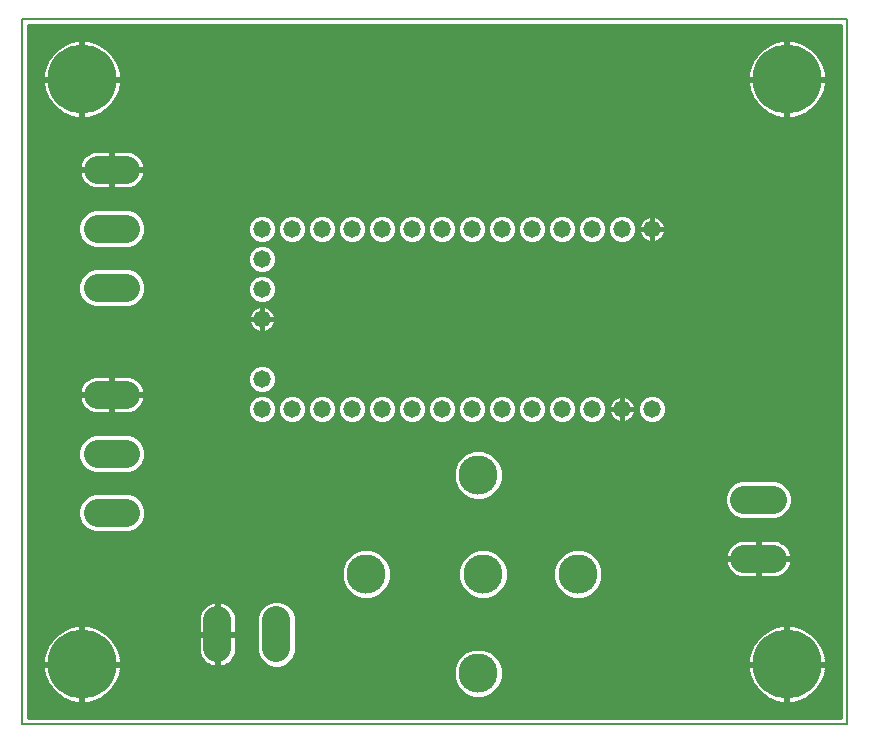
<source format=gbl>
G75*
%MOIN*%
%OFA0B0*%
%FSLAX25Y25*%
%IPPOS*%
%LPD*%
%AMOC8*
5,1,8,0,0,1.08239X$1,22.5*
%
%ADD10C,0.00800*%
%ADD11C,0.05800*%
%ADD12C,0.23000*%
%ADD13C,0.09449*%
%ADD14C,0.13055*%
%ADD15C,0.01000*%
%ADD16C,0.03562*%
D10*
X0001500Y0001500D02*
X0276500Y0001500D01*
X0276500Y0236500D01*
X0001500Y0236500D01*
X0001500Y0001500D01*
D11*
X0081500Y0106500D03*
X0091500Y0106500D03*
X0101500Y0106500D03*
X0111500Y0106500D03*
X0121500Y0106500D03*
X0131500Y0106500D03*
X0141500Y0106500D03*
X0151500Y0106500D03*
X0161500Y0106500D03*
X0171500Y0106500D03*
X0181500Y0106500D03*
X0191500Y0106500D03*
X0201500Y0106500D03*
X0211500Y0106500D03*
X0211500Y0166500D03*
X0201500Y0166500D03*
X0191500Y0166500D03*
X0181500Y0166500D03*
X0171500Y0166500D03*
X0161500Y0166500D03*
X0151500Y0166500D03*
X0141500Y0166500D03*
X0131500Y0166500D03*
X0121500Y0166500D03*
X0111500Y0166500D03*
X0101500Y0166500D03*
X0091500Y0166500D03*
X0081500Y0166500D03*
X0081500Y0156500D03*
X0081500Y0146500D03*
X0081500Y0136500D03*
X0081500Y0116500D03*
D12*
X0021500Y0021500D03*
X0021500Y0216500D03*
X0256500Y0216500D03*
X0256500Y0021500D03*
D13*
X0251724Y0056657D02*
X0242276Y0056657D01*
X0242276Y0076343D02*
X0251724Y0076343D01*
X0086343Y0036224D02*
X0086343Y0026776D01*
X0066657Y0026776D02*
X0066657Y0036224D01*
X0036224Y0071972D02*
X0026776Y0071972D01*
X0026776Y0091657D02*
X0036224Y0091657D01*
X0036224Y0111343D02*
X0026776Y0111343D01*
X0026776Y0146972D02*
X0036224Y0146972D01*
X0036224Y0166657D02*
X0026776Y0166657D01*
X0026776Y0186343D02*
X0036224Y0186343D01*
D14*
X0153665Y0084571D03*
X0155240Y0051500D03*
X0186736Y0051500D03*
X0153665Y0018429D03*
X0116264Y0051500D03*
D15*
X0108630Y0048430D02*
X0003600Y0048430D01*
X0003600Y0047432D02*
X0109044Y0047432D01*
X0109289Y0046839D02*
X0111603Y0044525D01*
X0114627Y0043272D01*
X0117900Y0043272D01*
X0120924Y0044525D01*
X0123239Y0046839D01*
X0124491Y0049863D01*
X0124491Y0053137D01*
X0123239Y0056161D01*
X0120924Y0058475D01*
X0117900Y0059728D01*
X0114627Y0059728D01*
X0111603Y0058475D01*
X0109289Y0056161D01*
X0108036Y0053137D01*
X0108036Y0049863D01*
X0109289Y0046839D01*
X0109695Y0046433D02*
X0003600Y0046433D01*
X0003600Y0045434D02*
X0110694Y0045434D01*
X0111818Y0044436D02*
X0003600Y0044436D01*
X0003600Y0043437D02*
X0114229Y0043437D01*
X0118299Y0043437D02*
X0153205Y0043437D01*
X0153604Y0043272D02*
X0156877Y0043272D01*
X0159901Y0044525D01*
X0162215Y0046839D01*
X0163468Y0049863D01*
X0163468Y0053137D01*
X0162215Y0056161D01*
X0159901Y0058475D01*
X0156877Y0059728D01*
X0153604Y0059728D01*
X0150580Y0058475D01*
X0148265Y0056161D01*
X0147013Y0053137D01*
X0147013Y0049863D01*
X0148265Y0046839D01*
X0150580Y0044525D01*
X0153604Y0043272D01*
X0150795Y0044436D02*
X0120709Y0044436D01*
X0121834Y0045434D02*
X0149670Y0045434D01*
X0148672Y0046433D02*
X0122832Y0046433D01*
X0123484Y0047432D02*
X0148020Y0047432D01*
X0147606Y0048430D02*
X0123898Y0048430D01*
X0124311Y0049429D02*
X0147193Y0049429D01*
X0147013Y0050427D02*
X0124491Y0050427D01*
X0124491Y0051426D02*
X0147013Y0051426D01*
X0147013Y0052424D02*
X0124491Y0052424D01*
X0124373Y0053423D02*
X0147131Y0053423D01*
X0147545Y0054421D02*
X0123959Y0054421D01*
X0123546Y0055420D02*
X0147958Y0055420D01*
X0148523Y0056418D02*
X0122981Y0056418D01*
X0121983Y0057417D02*
X0149521Y0057417D01*
X0150520Y0058415D02*
X0120984Y0058415D01*
X0118658Y0059414D02*
X0152846Y0059414D01*
X0157635Y0059414D02*
X0184342Y0059414D01*
X0185100Y0059728D02*
X0182076Y0058475D01*
X0179761Y0056161D01*
X0178509Y0053137D01*
X0178509Y0049863D01*
X0179761Y0046839D01*
X0182076Y0044525D01*
X0185100Y0043272D01*
X0188373Y0043272D01*
X0191397Y0044525D01*
X0193711Y0046839D01*
X0194964Y0049863D01*
X0194964Y0053137D01*
X0193711Y0056161D01*
X0191397Y0058475D01*
X0188373Y0059728D01*
X0185100Y0059728D01*
X0182016Y0058415D02*
X0159961Y0058415D01*
X0160959Y0057417D02*
X0181017Y0057417D01*
X0180019Y0056418D02*
X0161958Y0056418D01*
X0162522Y0055420D02*
X0179454Y0055420D01*
X0179041Y0054421D02*
X0162936Y0054421D01*
X0163349Y0053423D02*
X0178627Y0053423D01*
X0178509Y0052424D02*
X0163468Y0052424D01*
X0163468Y0051426D02*
X0178509Y0051426D01*
X0178509Y0050427D02*
X0163468Y0050427D01*
X0163288Y0049429D02*
X0178689Y0049429D01*
X0179102Y0048430D02*
X0162874Y0048430D01*
X0162460Y0047432D02*
X0179516Y0047432D01*
X0180168Y0046433D02*
X0161809Y0046433D01*
X0160810Y0045434D02*
X0181166Y0045434D01*
X0182291Y0044436D02*
X0159686Y0044436D01*
X0157275Y0043437D02*
X0184701Y0043437D01*
X0188771Y0043437D02*
X0274400Y0043437D01*
X0274400Y0042439D02*
X0088127Y0042439D01*
X0087620Y0042649D02*
X0085065Y0042649D01*
X0082703Y0041671D01*
X0080896Y0039864D01*
X0079918Y0037502D01*
X0079918Y0025498D01*
X0080896Y0023136D01*
X0082703Y0021329D01*
X0085065Y0020351D01*
X0087620Y0020351D01*
X0089982Y0021329D01*
X0091789Y0023136D01*
X0092767Y0025498D01*
X0092767Y0037502D01*
X0091789Y0039864D01*
X0089982Y0041671D01*
X0087620Y0042649D01*
X0090212Y0041440D02*
X0274400Y0041440D01*
X0274400Y0040442D02*
X0091210Y0040442D01*
X0091963Y0039443D02*
X0274400Y0039443D01*
X0274400Y0038445D02*
X0092376Y0038445D01*
X0092767Y0037446D02*
X0274400Y0037446D01*
X0274400Y0036448D02*
X0092767Y0036448D01*
X0092767Y0035449D02*
X0274400Y0035449D01*
X0274400Y0034451D02*
X0257637Y0034451D01*
X0257139Y0034500D02*
X0257000Y0034500D01*
X0257000Y0022000D01*
X0269500Y0022000D01*
X0269500Y0022139D01*
X0269375Y0023410D01*
X0269126Y0024663D01*
X0268755Y0025885D01*
X0268266Y0027065D01*
X0267664Y0028191D01*
X0266954Y0029253D01*
X0266144Y0030241D01*
X0265241Y0031144D01*
X0264253Y0031954D01*
X0263191Y0032664D01*
X0262065Y0033266D01*
X0260885Y0033755D01*
X0259663Y0034126D01*
X0258410Y0034375D01*
X0257139Y0034500D01*
X0257000Y0034451D02*
X0256000Y0034451D01*
X0256000Y0034500D02*
X0255861Y0034500D01*
X0254590Y0034375D01*
X0253337Y0034126D01*
X0252115Y0033755D01*
X0250935Y0033266D01*
X0249809Y0032664D01*
X0248747Y0031954D01*
X0247759Y0031144D01*
X0246856Y0030241D01*
X0246046Y0029253D01*
X0245336Y0028191D01*
X0244734Y0027065D01*
X0244245Y0025885D01*
X0243874Y0024663D01*
X0243625Y0023410D01*
X0243500Y0022139D01*
X0243500Y0022000D01*
X0256000Y0022000D01*
X0256000Y0034500D01*
X0255363Y0034451D02*
X0092767Y0034451D01*
X0092767Y0033452D02*
X0251385Y0033452D01*
X0249494Y0032454D02*
X0092767Y0032454D01*
X0092767Y0031455D02*
X0248139Y0031455D01*
X0247072Y0030457D02*
X0092767Y0030457D01*
X0092767Y0029458D02*
X0246214Y0029458D01*
X0245515Y0028460D02*
X0092767Y0028460D01*
X0092767Y0027461D02*
X0244946Y0027461D01*
X0244485Y0026463D02*
X0155770Y0026463D01*
X0155302Y0026657D02*
X0158326Y0025404D01*
X0160640Y0023090D01*
X0161893Y0020066D01*
X0161893Y0016793D01*
X0160640Y0013769D01*
X0158326Y0011454D01*
X0155302Y0010202D01*
X0152029Y0010202D01*
X0149005Y0011454D01*
X0146690Y0013769D01*
X0145438Y0016793D01*
X0145438Y0020066D01*
X0146690Y0023090D01*
X0149005Y0025404D01*
X0152029Y0026657D01*
X0155302Y0026657D01*
X0158181Y0025464D02*
X0244118Y0025464D01*
X0243835Y0024466D02*
X0159264Y0024466D01*
X0160263Y0023467D02*
X0243637Y0023467D01*
X0243533Y0022469D02*
X0160898Y0022469D01*
X0161311Y0021470D02*
X0256000Y0021470D01*
X0256000Y0021000D02*
X0256000Y0022000D01*
X0257000Y0022000D01*
X0257000Y0021000D01*
X0269500Y0021000D01*
X0269500Y0020861D01*
X0269375Y0019590D01*
X0269126Y0018337D01*
X0268755Y0017115D01*
X0268266Y0015935D01*
X0267664Y0014809D01*
X0266954Y0013747D01*
X0266144Y0012759D01*
X0265241Y0011856D01*
X0264253Y0011046D01*
X0263191Y0010336D01*
X0262065Y0009734D01*
X0260885Y0009245D01*
X0259663Y0008874D01*
X0258410Y0008625D01*
X0257139Y0008500D01*
X0257000Y0008500D01*
X0257000Y0021000D01*
X0256000Y0021000D01*
X0256000Y0008500D01*
X0255861Y0008500D01*
X0254590Y0008625D01*
X0253337Y0008874D01*
X0252115Y0009245D01*
X0250935Y0009734D01*
X0249809Y0010336D01*
X0248747Y0011046D01*
X0247759Y0011856D01*
X0246856Y0012759D01*
X0246046Y0013747D01*
X0245336Y0014809D01*
X0244734Y0015935D01*
X0244245Y0017115D01*
X0243874Y0018337D01*
X0243625Y0019590D01*
X0243500Y0020861D01*
X0243500Y0021000D01*
X0256000Y0021000D01*
X0256000Y0020472D02*
X0257000Y0020472D01*
X0257000Y0021470D02*
X0274400Y0021470D01*
X0274400Y0020472D02*
X0269462Y0020472D01*
X0269352Y0019473D02*
X0274400Y0019473D01*
X0274400Y0018475D02*
X0269153Y0018475D01*
X0268864Y0017476D02*
X0274400Y0017476D01*
X0274400Y0016478D02*
X0268491Y0016478D01*
X0268022Y0015479D02*
X0274400Y0015479D01*
X0274400Y0014481D02*
X0267445Y0014481D01*
X0266737Y0013482D02*
X0274400Y0013482D01*
X0274400Y0012484D02*
X0265868Y0012484D01*
X0264789Y0011485D02*
X0274400Y0011485D01*
X0274400Y0010487D02*
X0263417Y0010487D01*
X0261471Y0009488D02*
X0274400Y0009488D01*
X0274400Y0008490D02*
X0003600Y0008490D01*
X0003600Y0009488D02*
X0016529Y0009488D01*
X0017115Y0009245D02*
X0015935Y0009734D01*
X0014809Y0010336D01*
X0013747Y0011046D01*
X0012759Y0011856D01*
X0011856Y0012759D01*
X0011046Y0013747D01*
X0010336Y0014809D01*
X0009734Y0015935D01*
X0009245Y0017115D01*
X0008874Y0018337D01*
X0008625Y0019590D01*
X0008500Y0020861D01*
X0008500Y0021000D01*
X0021000Y0021000D01*
X0022000Y0021000D01*
X0022000Y0022000D01*
X0034500Y0022000D01*
X0034500Y0022139D01*
X0034375Y0023410D01*
X0034126Y0024663D01*
X0033755Y0025885D01*
X0033266Y0027065D01*
X0032664Y0028191D01*
X0031954Y0029253D01*
X0031144Y0030241D01*
X0030241Y0031144D01*
X0029253Y0031954D01*
X0028191Y0032664D01*
X0027065Y0033266D01*
X0025885Y0033755D01*
X0024663Y0034126D01*
X0023410Y0034375D01*
X0022139Y0034500D01*
X0022000Y0034500D01*
X0022000Y0022000D01*
X0021000Y0022000D01*
X0021000Y0034500D01*
X0020861Y0034500D01*
X0019590Y0034375D01*
X0018337Y0034126D01*
X0017115Y0033755D01*
X0015935Y0033266D01*
X0014809Y0032664D01*
X0013747Y0031954D01*
X0012759Y0031144D01*
X0011856Y0030241D01*
X0011046Y0029253D01*
X0010336Y0028191D01*
X0009734Y0027065D01*
X0009245Y0025885D01*
X0008874Y0024663D01*
X0008625Y0023410D01*
X0008500Y0022139D01*
X0008500Y0022000D01*
X0021000Y0022000D01*
X0021000Y0021000D01*
X0021000Y0008500D01*
X0020861Y0008500D01*
X0019590Y0008625D01*
X0018337Y0008874D01*
X0017115Y0009245D01*
X0014583Y0010487D02*
X0003600Y0010487D01*
X0003600Y0011485D02*
X0013211Y0011485D01*
X0012132Y0012484D02*
X0003600Y0012484D01*
X0003600Y0013482D02*
X0011263Y0013482D01*
X0010555Y0014481D02*
X0003600Y0014481D01*
X0003600Y0015479D02*
X0009978Y0015479D01*
X0009509Y0016478D02*
X0003600Y0016478D01*
X0003600Y0017476D02*
X0009136Y0017476D01*
X0008847Y0018475D02*
X0003600Y0018475D01*
X0003600Y0019473D02*
X0008648Y0019473D01*
X0008538Y0020472D02*
X0003600Y0020472D01*
X0003600Y0021470D02*
X0021000Y0021470D01*
X0021000Y0020472D02*
X0022000Y0020472D01*
X0022000Y0021000D02*
X0022000Y0008500D01*
X0022139Y0008500D01*
X0023410Y0008625D01*
X0024663Y0008874D01*
X0025885Y0009245D01*
X0027065Y0009734D01*
X0028191Y0010336D01*
X0029253Y0011046D01*
X0030241Y0011856D01*
X0031144Y0012759D01*
X0031954Y0013747D01*
X0032664Y0014809D01*
X0033266Y0015935D01*
X0033755Y0017115D01*
X0034126Y0018337D01*
X0034375Y0019590D01*
X0034500Y0020861D01*
X0034500Y0021000D01*
X0022000Y0021000D01*
X0022000Y0021470D02*
X0063370Y0021470D01*
X0063395Y0021452D02*
X0064268Y0021007D01*
X0065200Y0020704D01*
X0066157Y0020553D01*
X0066157Y0031000D01*
X0060433Y0031000D01*
X0060433Y0026286D01*
X0060586Y0025318D01*
X0060889Y0024386D01*
X0061334Y0023513D01*
X0061910Y0022721D01*
X0062603Y0022028D01*
X0063395Y0021452D01*
X0062162Y0022469D02*
X0034467Y0022469D01*
X0034363Y0023467D02*
X0061367Y0023467D01*
X0060863Y0024466D02*
X0034165Y0024466D01*
X0033882Y0025464D02*
X0060563Y0025464D01*
X0060433Y0026463D02*
X0033515Y0026463D01*
X0033054Y0027461D02*
X0060433Y0027461D01*
X0060433Y0028460D02*
X0032485Y0028460D01*
X0031786Y0029458D02*
X0060433Y0029458D01*
X0060433Y0030457D02*
X0030928Y0030457D01*
X0029861Y0031455D02*
X0066157Y0031455D01*
X0066157Y0031000D02*
X0066157Y0032000D01*
X0060433Y0032000D01*
X0060433Y0036714D01*
X0060586Y0037682D01*
X0060889Y0038614D01*
X0061334Y0039487D01*
X0061910Y0040279D01*
X0062603Y0040972D01*
X0063395Y0041548D01*
X0064268Y0041993D01*
X0065200Y0042296D01*
X0066157Y0042447D01*
X0066157Y0032000D01*
X0067157Y0032000D01*
X0067157Y0042447D01*
X0068115Y0042296D01*
X0069047Y0041993D01*
X0069920Y0041548D01*
X0070712Y0040972D01*
X0071405Y0040279D01*
X0071981Y0039487D01*
X0072426Y0038614D01*
X0072729Y0037682D01*
X0072882Y0036714D01*
X0072882Y0032000D01*
X0067158Y0032000D01*
X0067158Y0031000D01*
X0072882Y0031000D01*
X0072882Y0026286D01*
X0072729Y0025318D01*
X0072426Y0024386D01*
X0071981Y0023513D01*
X0071405Y0022721D01*
X0070712Y0022028D01*
X0069920Y0021452D01*
X0069047Y0021007D01*
X0068115Y0020704D01*
X0067157Y0020553D01*
X0067157Y0031000D01*
X0066157Y0031000D01*
X0066157Y0030457D02*
X0067157Y0030457D01*
X0067158Y0031455D02*
X0079918Y0031455D01*
X0079918Y0030457D02*
X0072882Y0030457D01*
X0072882Y0029458D02*
X0079918Y0029458D01*
X0079918Y0028460D02*
X0072882Y0028460D01*
X0072882Y0027461D02*
X0079918Y0027461D01*
X0079918Y0026463D02*
X0072882Y0026463D01*
X0072752Y0025464D02*
X0079932Y0025464D01*
X0080346Y0024466D02*
X0072452Y0024466D01*
X0071948Y0023467D02*
X0080759Y0023467D01*
X0081564Y0022469D02*
X0071153Y0022469D01*
X0069945Y0021470D02*
X0082562Y0021470D01*
X0084774Y0020472D02*
X0034462Y0020472D01*
X0034352Y0019473D02*
X0145438Y0019473D01*
X0145438Y0018475D02*
X0034153Y0018475D01*
X0033864Y0017476D02*
X0145438Y0017476D01*
X0145568Y0016478D02*
X0033491Y0016478D01*
X0033022Y0015479D02*
X0145982Y0015479D01*
X0146395Y0014481D02*
X0032445Y0014481D01*
X0031737Y0013482D02*
X0146977Y0013482D01*
X0147975Y0012484D02*
X0030868Y0012484D01*
X0029789Y0011485D02*
X0148974Y0011485D01*
X0151341Y0010487D02*
X0028417Y0010487D01*
X0026471Y0009488D02*
X0251529Y0009488D01*
X0249583Y0010487D02*
X0155990Y0010487D01*
X0158357Y0011485D02*
X0248211Y0011485D01*
X0247132Y0012484D02*
X0159355Y0012484D01*
X0160354Y0013482D02*
X0246263Y0013482D01*
X0245555Y0014481D02*
X0160935Y0014481D01*
X0161349Y0015479D02*
X0244978Y0015479D01*
X0244509Y0016478D02*
X0161762Y0016478D01*
X0161893Y0017476D02*
X0244136Y0017476D01*
X0243847Y0018475D02*
X0161893Y0018475D01*
X0161893Y0019473D02*
X0243648Y0019473D01*
X0243538Y0020472D02*
X0161725Y0020472D01*
X0151561Y0026463D02*
X0092767Y0026463D01*
X0092753Y0025464D02*
X0149150Y0025464D01*
X0148066Y0024466D02*
X0092339Y0024466D01*
X0091926Y0023467D02*
X0147068Y0023467D01*
X0146433Y0022469D02*
X0091121Y0022469D01*
X0090123Y0021470D02*
X0146020Y0021470D01*
X0145606Y0020472D02*
X0087911Y0020472D01*
X0079918Y0032454D02*
X0072882Y0032454D01*
X0072882Y0033452D02*
X0079918Y0033452D01*
X0079918Y0034451D02*
X0072882Y0034451D01*
X0072882Y0035449D02*
X0079918Y0035449D01*
X0079918Y0036448D02*
X0072882Y0036448D01*
X0072766Y0037446D02*
X0079918Y0037446D01*
X0080309Y0038445D02*
X0072481Y0038445D01*
X0072003Y0039443D02*
X0080722Y0039443D01*
X0081475Y0040442D02*
X0071243Y0040442D01*
X0070068Y0041440D02*
X0082473Y0041440D01*
X0084558Y0042439D02*
X0067209Y0042439D01*
X0067157Y0042439D02*
X0066157Y0042439D01*
X0066106Y0042439D02*
X0003600Y0042439D01*
X0003600Y0041440D02*
X0063247Y0041440D01*
X0062072Y0040442D02*
X0003600Y0040442D01*
X0003600Y0039443D02*
X0061312Y0039443D01*
X0060834Y0038445D02*
X0003600Y0038445D01*
X0003600Y0037446D02*
X0060549Y0037446D01*
X0060433Y0036448D02*
X0003600Y0036448D01*
X0003600Y0035449D02*
X0060433Y0035449D01*
X0060433Y0034451D02*
X0022637Y0034451D01*
X0022000Y0034451D02*
X0021000Y0034451D01*
X0020363Y0034451D02*
X0003600Y0034451D01*
X0003600Y0033452D02*
X0016385Y0033452D01*
X0014494Y0032454D02*
X0003600Y0032454D01*
X0003600Y0031455D02*
X0013139Y0031455D01*
X0012072Y0030457D02*
X0003600Y0030457D01*
X0003600Y0029458D02*
X0011214Y0029458D01*
X0010515Y0028460D02*
X0003600Y0028460D01*
X0003600Y0027461D02*
X0009946Y0027461D01*
X0009485Y0026463D02*
X0003600Y0026463D01*
X0003600Y0025464D02*
X0009118Y0025464D01*
X0008835Y0024466D02*
X0003600Y0024466D01*
X0003600Y0023467D02*
X0008637Y0023467D01*
X0008533Y0022469D02*
X0003600Y0022469D01*
X0003600Y0007491D02*
X0274400Y0007491D01*
X0274400Y0006493D02*
X0003600Y0006493D01*
X0003600Y0005494D02*
X0274400Y0005494D01*
X0274400Y0004496D02*
X0003600Y0004496D01*
X0003600Y0003600D02*
X0003600Y0234400D01*
X0274400Y0234400D01*
X0274400Y0003600D01*
X0003600Y0003600D01*
X0021000Y0009488D02*
X0022000Y0009488D01*
X0022000Y0010487D02*
X0021000Y0010487D01*
X0021000Y0011485D02*
X0022000Y0011485D01*
X0022000Y0012484D02*
X0021000Y0012484D01*
X0021000Y0013482D02*
X0022000Y0013482D01*
X0022000Y0014481D02*
X0021000Y0014481D01*
X0021000Y0015479D02*
X0022000Y0015479D01*
X0022000Y0016478D02*
X0021000Y0016478D01*
X0021000Y0017476D02*
X0022000Y0017476D01*
X0022000Y0018475D02*
X0021000Y0018475D01*
X0021000Y0019473D02*
X0022000Y0019473D01*
X0022000Y0022469D02*
X0021000Y0022469D01*
X0021000Y0023467D02*
X0022000Y0023467D01*
X0022000Y0024466D02*
X0021000Y0024466D01*
X0021000Y0025464D02*
X0022000Y0025464D01*
X0022000Y0026463D02*
X0021000Y0026463D01*
X0021000Y0027461D02*
X0022000Y0027461D01*
X0022000Y0028460D02*
X0021000Y0028460D01*
X0021000Y0029458D02*
X0022000Y0029458D01*
X0022000Y0030457D02*
X0021000Y0030457D01*
X0021000Y0031455D02*
X0022000Y0031455D01*
X0022000Y0032454D02*
X0021000Y0032454D01*
X0021000Y0033452D02*
X0022000Y0033452D01*
X0026615Y0033452D02*
X0060433Y0033452D01*
X0060433Y0032454D02*
X0028506Y0032454D01*
X0003600Y0049429D02*
X0108216Y0049429D01*
X0108036Y0050427D02*
X0003600Y0050427D01*
X0003600Y0051426D02*
X0108036Y0051426D01*
X0108036Y0052424D02*
X0003600Y0052424D01*
X0003600Y0053423D02*
X0108155Y0053423D01*
X0108568Y0054421D02*
X0003600Y0054421D01*
X0003600Y0055420D02*
X0108982Y0055420D01*
X0109546Y0056418D02*
X0003600Y0056418D01*
X0003600Y0057417D02*
X0110545Y0057417D01*
X0111543Y0058415D02*
X0003600Y0058415D01*
X0003600Y0059414D02*
X0113869Y0059414D01*
X0146690Y0079910D02*
X0149005Y0077596D01*
X0152029Y0076343D01*
X0155302Y0076343D01*
X0158326Y0077596D01*
X0160640Y0079910D01*
X0161893Y0082934D01*
X0161893Y0086207D01*
X0160640Y0089231D01*
X0158326Y0091546D01*
X0155302Y0092798D01*
X0152029Y0092798D01*
X0149005Y0091546D01*
X0146690Y0089231D01*
X0145438Y0086207D01*
X0145438Y0082934D01*
X0146690Y0079910D01*
X0146495Y0080382D02*
X0003600Y0080382D01*
X0003600Y0079384D02*
X0147217Y0079384D01*
X0148215Y0078385D02*
X0037530Y0078385D01*
X0037502Y0078397D02*
X0039864Y0077419D01*
X0041671Y0075612D01*
X0042649Y0073250D01*
X0042649Y0070695D01*
X0041671Y0068333D01*
X0039864Y0066526D01*
X0037502Y0065548D01*
X0025498Y0065548D01*
X0023136Y0066526D01*
X0021329Y0068333D01*
X0020351Y0070695D01*
X0020351Y0073250D01*
X0021329Y0075612D01*
X0023136Y0077419D01*
X0025498Y0078397D01*
X0037502Y0078397D01*
X0039895Y0077387D02*
X0149509Y0077387D01*
X0151920Y0076388D02*
X0040894Y0076388D01*
X0041763Y0075390D02*
X0235851Y0075390D01*
X0235851Y0075065D02*
X0236829Y0072703D01*
X0238636Y0070896D01*
X0240998Y0069918D01*
X0253002Y0069918D01*
X0255364Y0070896D01*
X0257171Y0072703D01*
X0258149Y0075065D01*
X0258149Y0077620D01*
X0257171Y0079982D01*
X0255364Y0081789D01*
X0253002Y0082767D01*
X0240998Y0082767D01*
X0238636Y0081789D01*
X0236829Y0079982D01*
X0235851Y0077620D01*
X0235851Y0075065D01*
X0236130Y0074391D02*
X0042176Y0074391D01*
X0042590Y0073393D02*
X0236544Y0073393D01*
X0237138Y0072394D02*
X0042649Y0072394D01*
X0042649Y0071396D02*
X0238137Y0071396D01*
X0239841Y0070397D02*
X0042526Y0070397D01*
X0042112Y0069399D02*
X0274400Y0069399D01*
X0274400Y0070397D02*
X0254159Y0070397D01*
X0255863Y0071396D02*
X0274400Y0071396D01*
X0274400Y0072394D02*
X0256862Y0072394D01*
X0257456Y0073393D02*
X0274400Y0073393D01*
X0274400Y0074391D02*
X0257870Y0074391D01*
X0258149Y0075390D02*
X0274400Y0075390D01*
X0274400Y0076388D02*
X0258149Y0076388D01*
X0258149Y0077387D02*
X0274400Y0077387D01*
X0274400Y0078385D02*
X0257832Y0078385D01*
X0257418Y0079384D02*
X0274400Y0079384D01*
X0274400Y0080382D02*
X0256770Y0080382D01*
X0255771Y0081381D02*
X0274400Y0081381D01*
X0274400Y0082379D02*
X0253938Y0082379D01*
X0240062Y0082379D02*
X0161663Y0082379D01*
X0161893Y0083378D02*
X0274400Y0083378D01*
X0274400Y0084376D02*
X0161893Y0084376D01*
X0161893Y0085375D02*
X0274400Y0085375D01*
X0274400Y0086373D02*
X0161824Y0086373D01*
X0161411Y0087372D02*
X0274400Y0087372D01*
X0274400Y0088370D02*
X0160997Y0088370D01*
X0160503Y0089369D02*
X0274400Y0089369D01*
X0274400Y0090368D02*
X0159504Y0090368D01*
X0158506Y0091366D02*
X0274400Y0091366D01*
X0274400Y0092365D02*
X0156349Y0092365D01*
X0150981Y0092365D02*
X0042649Y0092365D01*
X0042649Y0092935D02*
X0042649Y0090380D01*
X0041671Y0088018D01*
X0039864Y0086211D01*
X0037502Y0085233D01*
X0025498Y0085233D01*
X0023136Y0086211D01*
X0021329Y0088018D01*
X0020351Y0090380D01*
X0020351Y0092935D01*
X0021329Y0095297D01*
X0023136Y0097104D01*
X0025498Y0098082D01*
X0037502Y0098082D01*
X0039864Y0097104D01*
X0041671Y0095297D01*
X0042649Y0092935D01*
X0042472Y0093363D02*
X0274400Y0093363D01*
X0274400Y0094362D02*
X0042058Y0094362D01*
X0041607Y0095360D02*
X0274400Y0095360D01*
X0274400Y0096359D02*
X0040609Y0096359D01*
X0039252Y0097357D02*
X0274400Y0097357D01*
X0274400Y0098356D02*
X0003600Y0098356D01*
X0003600Y0099354D02*
X0274400Y0099354D01*
X0274400Y0100353D02*
X0003600Y0100353D01*
X0003600Y0101351D02*
X0274400Y0101351D01*
X0274400Y0102350D02*
X0213501Y0102350D01*
X0214106Y0102600D02*
X0212415Y0101900D01*
X0210585Y0101900D01*
X0208894Y0102600D01*
X0207600Y0103894D01*
X0206900Y0105585D01*
X0206900Y0107415D01*
X0207600Y0109106D01*
X0208894Y0110400D01*
X0210585Y0111100D01*
X0212415Y0111100D01*
X0214106Y0110400D01*
X0215400Y0109106D01*
X0216100Y0107415D01*
X0216100Y0105585D01*
X0215400Y0103894D01*
X0214106Y0102600D01*
X0214854Y0103348D02*
X0274400Y0103348D01*
X0274400Y0104347D02*
X0215587Y0104347D01*
X0216001Y0105345D02*
X0274400Y0105345D01*
X0274400Y0106344D02*
X0216100Y0106344D01*
X0216100Y0107342D02*
X0274400Y0107342D01*
X0274400Y0108341D02*
X0215717Y0108341D01*
X0215166Y0109339D02*
X0274400Y0109339D01*
X0274400Y0110338D02*
X0214168Y0110338D01*
X0208832Y0110338D02*
X0203660Y0110338D01*
X0203806Y0110263D02*
X0203189Y0110578D01*
X0202530Y0110792D01*
X0201950Y0110884D01*
X0201950Y0106950D01*
X0201050Y0106950D01*
X0201050Y0110884D01*
X0200470Y0110792D01*
X0199811Y0110578D01*
X0199194Y0110263D01*
X0198634Y0109856D01*
X0198144Y0109366D01*
X0197737Y0108806D01*
X0197422Y0108189D01*
X0197208Y0107530D01*
X0197116Y0106950D01*
X0201050Y0106950D01*
X0201050Y0106050D01*
X0197116Y0106050D01*
X0197208Y0105470D01*
X0197422Y0104811D01*
X0197737Y0104194D01*
X0198144Y0103634D01*
X0198634Y0103144D01*
X0199194Y0102737D01*
X0199811Y0102422D01*
X0200470Y0102208D01*
X0201050Y0102116D01*
X0201050Y0106050D01*
X0201950Y0106050D01*
X0201950Y0106950D01*
X0205884Y0106950D01*
X0205792Y0107530D01*
X0205578Y0108189D01*
X0205263Y0108806D01*
X0204856Y0109366D01*
X0204366Y0109856D01*
X0203806Y0110263D01*
X0204876Y0109339D02*
X0207834Y0109339D01*
X0207283Y0108341D02*
X0205500Y0108341D01*
X0205821Y0107342D02*
X0206900Y0107342D01*
X0206900Y0106344D02*
X0201950Y0106344D01*
X0201950Y0106050D02*
X0205884Y0106050D01*
X0205792Y0105470D01*
X0205578Y0104811D01*
X0205263Y0104194D01*
X0204856Y0103634D01*
X0204366Y0103144D01*
X0203806Y0102737D01*
X0203189Y0102422D01*
X0202530Y0102208D01*
X0201950Y0102116D01*
X0201950Y0106050D01*
X0201950Y0105345D02*
X0201050Y0105345D01*
X0201050Y0104347D02*
X0201950Y0104347D01*
X0201950Y0103348D02*
X0201050Y0103348D01*
X0201050Y0102350D02*
X0201950Y0102350D01*
X0202965Y0102350D02*
X0209499Y0102350D01*
X0208146Y0103348D02*
X0204571Y0103348D01*
X0205341Y0104347D02*
X0207413Y0104347D01*
X0206999Y0105345D02*
X0205751Y0105345D01*
X0201950Y0107342D02*
X0201050Y0107342D01*
X0201050Y0106344D02*
X0196100Y0106344D01*
X0196100Y0105585D02*
X0195400Y0103894D01*
X0194106Y0102600D01*
X0192415Y0101900D01*
X0190585Y0101900D01*
X0188894Y0102600D01*
X0187600Y0103894D01*
X0186900Y0105585D01*
X0186900Y0107415D01*
X0187600Y0109106D01*
X0188894Y0110400D01*
X0190585Y0111100D01*
X0192415Y0111100D01*
X0194106Y0110400D01*
X0195400Y0109106D01*
X0196100Y0107415D01*
X0196100Y0105585D01*
X0196001Y0105345D02*
X0197249Y0105345D01*
X0197659Y0104347D02*
X0195587Y0104347D01*
X0194854Y0103348D02*
X0198429Y0103348D01*
X0200035Y0102350D02*
X0193501Y0102350D01*
X0189499Y0102350D02*
X0183501Y0102350D01*
X0184106Y0102600D02*
X0185400Y0103894D01*
X0186100Y0105585D01*
X0186100Y0107415D01*
X0185400Y0109106D01*
X0184106Y0110400D01*
X0182415Y0111100D01*
X0180585Y0111100D01*
X0178894Y0110400D01*
X0177600Y0109106D01*
X0176900Y0107415D01*
X0176900Y0105585D01*
X0177600Y0103894D01*
X0178894Y0102600D01*
X0180585Y0101900D01*
X0182415Y0101900D01*
X0184106Y0102600D01*
X0184854Y0103348D02*
X0188146Y0103348D01*
X0187413Y0104347D02*
X0185587Y0104347D01*
X0186001Y0105345D02*
X0186999Y0105345D01*
X0186900Y0106344D02*
X0186100Y0106344D01*
X0186100Y0107342D02*
X0186900Y0107342D01*
X0187283Y0108341D02*
X0185717Y0108341D01*
X0185166Y0109339D02*
X0187834Y0109339D01*
X0188832Y0110338D02*
X0184168Y0110338D01*
X0178832Y0110338D02*
X0174168Y0110338D01*
X0174106Y0110400D02*
X0172415Y0111100D01*
X0170585Y0111100D01*
X0168894Y0110400D01*
X0167600Y0109106D01*
X0166900Y0107415D01*
X0166900Y0105585D01*
X0167600Y0103894D01*
X0168894Y0102600D01*
X0170585Y0101900D01*
X0172415Y0101900D01*
X0174106Y0102600D01*
X0175400Y0103894D01*
X0176100Y0105585D01*
X0176100Y0107415D01*
X0175400Y0109106D01*
X0174106Y0110400D01*
X0175166Y0109339D02*
X0177834Y0109339D01*
X0177283Y0108341D02*
X0175717Y0108341D01*
X0176100Y0107342D02*
X0176900Y0107342D01*
X0176900Y0106344D02*
X0176100Y0106344D01*
X0176001Y0105345D02*
X0176999Y0105345D01*
X0177413Y0104347D02*
X0175587Y0104347D01*
X0174854Y0103348D02*
X0178146Y0103348D01*
X0179499Y0102350D02*
X0173501Y0102350D01*
X0169499Y0102350D02*
X0163501Y0102350D01*
X0164106Y0102600D02*
X0162415Y0101900D01*
X0160585Y0101900D01*
X0158894Y0102600D01*
X0157600Y0103894D01*
X0156900Y0105585D01*
X0156900Y0107415D01*
X0157600Y0109106D01*
X0158894Y0110400D01*
X0160585Y0111100D01*
X0162415Y0111100D01*
X0164106Y0110400D01*
X0165400Y0109106D01*
X0166100Y0107415D01*
X0166100Y0105585D01*
X0165400Y0103894D01*
X0164106Y0102600D01*
X0164854Y0103348D02*
X0168146Y0103348D01*
X0167413Y0104347D02*
X0165587Y0104347D01*
X0166001Y0105345D02*
X0166999Y0105345D01*
X0166900Y0106344D02*
X0166100Y0106344D01*
X0166100Y0107342D02*
X0166900Y0107342D01*
X0167283Y0108341D02*
X0165717Y0108341D01*
X0165166Y0109339D02*
X0167834Y0109339D01*
X0168832Y0110338D02*
X0164168Y0110338D01*
X0158832Y0110338D02*
X0154168Y0110338D01*
X0154106Y0110400D02*
X0152415Y0111100D01*
X0150585Y0111100D01*
X0148894Y0110400D01*
X0147600Y0109106D01*
X0146900Y0107415D01*
X0146900Y0105585D01*
X0147600Y0103894D01*
X0148894Y0102600D01*
X0150585Y0101900D01*
X0152415Y0101900D01*
X0154106Y0102600D01*
X0155400Y0103894D01*
X0156100Y0105585D01*
X0156100Y0107415D01*
X0155400Y0109106D01*
X0154106Y0110400D01*
X0155166Y0109339D02*
X0157834Y0109339D01*
X0157283Y0108341D02*
X0155717Y0108341D01*
X0156100Y0107342D02*
X0156900Y0107342D01*
X0156900Y0106344D02*
X0156100Y0106344D01*
X0156001Y0105345D02*
X0156999Y0105345D01*
X0157413Y0104347D02*
X0155587Y0104347D01*
X0154854Y0103348D02*
X0158146Y0103348D01*
X0159499Y0102350D02*
X0153501Y0102350D01*
X0149499Y0102350D02*
X0143501Y0102350D01*
X0144106Y0102600D02*
X0145400Y0103894D01*
X0146100Y0105585D01*
X0146100Y0107415D01*
X0145400Y0109106D01*
X0144106Y0110400D01*
X0142415Y0111100D01*
X0140585Y0111100D01*
X0138894Y0110400D01*
X0137600Y0109106D01*
X0136900Y0107415D01*
X0136900Y0105585D01*
X0137600Y0103894D01*
X0138894Y0102600D01*
X0140585Y0101900D01*
X0142415Y0101900D01*
X0144106Y0102600D01*
X0144854Y0103348D02*
X0148146Y0103348D01*
X0147413Y0104347D02*
X0145587Y0104347D01*
X0146001Y0105345D02*
X0146999Y0105345D01*
X0146900Y0106344D02*
X0146100Y0106344D01*
X0146100Y0107342D02*
X0146900Y0107342D01*
X0147283Y0108341D02*
X0145717Y0108341D01*
X0145166Y0109339D02*
X0147834Y0109339D01*
X0148832Y0110338D02*
X0144168Y0110338D01*
X0138832Y0110338D02*
X0134168Y0110338D01*
X0134106Y0110400D02*
X0132415Y0111100D01*
X0130585Y0111100D01*
X0128894Y0110400D01*
X0127600Y0109106D01*
X0126900Y0107415D01*
X0126900Y0105585D01*
X0127600Y0103894D01*
X0128894Y0102600D01*
X0130585Y0101900D01*
X0132415Y0101900D01*
X0134106Y0102600D01*
X0135400Y0103894D01*
X0136100Y0105585D01*
X0136100Y0107415D01*
X0135400Y0109106D01*
X0134106Y0110400D01*
X0135166Y0109339D02*
X0137834Y0109339D01*
X0137283Y0108341D02*
X0135717Y0108341D01*
X0136100Y0107342D02*
X0136900Y0107342D01*
X0136900Y0106344D02*
X0136100Y0106344D01*
X0136001Y0105345D02*
X0136999Y0105345D01*
X0137413Y0104347D02*
X0135587Y0104347D01*
X0134854Y0103348D02*
X0138146Y0103348D01*
X0139499Y0102350D02*
X0133501Y0102350D01*
X0129499Y0102350D02*
X0123501Y0102350D01*
X0124106Y0102600D02*
X0125400Y0103894D01*
X0126100Y0105585D01*
X0126100Y0107415D01*
X0125400Y0109106D01*
X0124106Y0110400D01*
X0122415Y0111100D01*
X0120585Y0111100D01*
X0118894Y0110400D01*
X0117600Y0109106D01*
X0116900Y0107415D01*
X0116900Y0105585D01*
X0117600Y0103894D01*
X0118894Y0102600D01*
X0120585Y0101900D01*
X0122415Y0101900D01*
X0124106Y0102600D01*
X0124854Y0103348D02*
X0128146Y0103348D01*
X0127413Y0104347D02*
X0125587Y0104347D01*
X0126001Y0105345D02*
X0126999Y0105345D01*
X0126900Y0106344D02*
X0126100Y0106344D01*
X0126100Y0107342D02*
X0126900Y0107342D01*
X0127283Y0108341D02*
X0125717Y0108341D01*
X0125166Y0109339D02*
X0127834Y0109339D01*
X0128832Y0110338D02*
X0124168Y0110338D01*
X0118832Y0110338D02*
X0114168Y0110338D01*
X0114106Y0110400D02*
X0112415Y0111100D01*
X0110585Y0111100D01*
X0108894Y0110400D01*
X0107600Y0109106D01*
X0106900Y0107415D01*
X0106900Y0105585D01*
X0107600Y0103894D01*
X0108894Y0102600D01*
X0110585Y0101900D01*
X0112415Y0101900D01*
X0114106Y0102600D01*
X0115400Y0103894D01*
X0116100Y0105585D01*
X0116100Y0107415D01*
X0115400Y0109106D01*
X0114106Y0110400D01*
X0115166Y0109339D02*
X0117834Y0109339D01*
X0117283Y0108341D02*
X0115717Y0108341D01*
X0116100Y0107342D02*
X0116900Y0107342D01*
X0116900Y0106344D02*
X0116100Y0106344D01*
X0116001Y0105345D02*
X0116999Y0105345D01*
X0117413Y0104347D02*
X0115587Y0104347D01*
X0114854Y0103348D02*
X0118146Y0103348D01*
X0119499Y0102350D02*
X0113501Y0102350D01*
X0109499Y0102350D02*
X0103501Y0102350D01*
X0104106Y0102600D02*
X0105400Y0103894D01*
X0106100Y0105585D01*
X0106100Y0107415D01*
X0105400Y0109106D01*
X0104106Y0110400D01*
X0102415Y0111100D01*
X0100585Y0111100D01*
X0098894Y0110400D01*
X0097600Y0109106D01*
X0096900Y0107415D01*
X0096900Y0105585D01*
X0097600Y0103894D01*
X0098894Y0102600D01*
X0100585Y0101900D01*
X0102415Y0101900D01*
X0104106Y0102600D01*
X0104854Y0103348D02*
X0108146Y0103348D01*
X0107413Y0104347D02*
X0105587Y0104347D01*
X0106001Y0105345D02*
X0106999Y0105345D01*
X0106900Y0106344D02*
X0106100Y0106344D01*
X0106100Y0107342D02*
X0106900Y0107342D01*
X0107283Y0108341D02*
X0105717Y0108341D01*
X0105166Y0109339D02*
X0107834Y0109339D01*
X0108832Y0110338D02*
X0104168Y0110338D01*
X0098832Y0110338D02*
X0094168Y0110338D01*
X0094106Y0110400D02*
X0092415Y0111100D01*
X0090585Y0111100D01*
X0088894Y0110400D01*
X0087600Y0109106D01*
X0086900Y0107415D01*
X0086900Y0105585D01*
X0087600Y0103894D01*
X0088894Y0102600D01*
X0090585Y0101900D01*
X0092415Y0101900D01*
X0094106Y0102600D01*
X0095400Y0103894D01*
X0096100Y0105585D01*
X0096100Y0107415D01*
X0095400Y0109106D01*
X0094106Y0110400D01*
X0095166Y0109339D02*
X0097834Y0109339D01*
X0097283Y0108341D02*
X0095717Y0108341D01*
X0096100Y0107342D02*
X0096900Y0107342D01*
X0096900Y0106344D02*
X0096100Y0106344D01*
X0096001Y0105345D02*
X0096999Y0105345D01*
X0097413Y0104347D02*
X0095587Y0104347D01*
X0094854Y0103348D02*
X0098146Y0103348D01*
X0099499Y0102350D02*
X0093501Y0102350D01*
X0089499Y0102350D02*
X0083501Y0102350D01*
X0084106Y0102600D02*
X0085400Y0103894D01*
X0086100Y0105585D01*
X0086100Y0107415D01*
X0085400Y0109106D01*
X0084106Y0110400D01*
X0082415Y0111100D01*
X0080585Y0111100D01*
X0078894Y0110400D01*
X0077600Y0109106D01*
X0076900Y0107415D01*
X0076900Y0105585D01*
X0077600Y0103894D01*
X0078894Y0102600D01*
X0080585Y0101900D01*
X0082415Y0101900D01*
X0084106Y0102600D01*
X0084854Y0103348D02*
X0088146Y0103348D01*
X0087413Y0104347D02*
X0085587Y0104347D01*
X0086001Y0105345D02*
X0086999Y0105345D01*
X0086900Y0106344D02*
X0086100Y0106344D01*
X0086100Y0107342D02*
X0086900Y0107342D01*
X0087283Y0108341D02*
X0085717Y0108341D01*
X0085166Y0109339D02*
X0087834Y0109339D01*
X0088832Y0110338D02*
X0084168Y0110338D01*
X0083465Y0112335D02*
X0274400Y0112335D01*
X0274400Y0113333D02*
X0084839Y0113333D01*
X0085400Y0113894D02*
X0086100Y0115585D01*
X0086100Y0117415D01*
X0085400Y0119106D01*
X0084106Y0120400D01*
X0082415Y0121100D01*
X0080585Y0121100D01*
X0078894Y0120400D01*
X0077600Y0119106D01*
X0076900Y0117415D01*
X0076900Y0115585D01*
X0077600Y0113894D01*
X0078894Y0112600D01*
X0080585Y0111900D01*
X0082415Y0111900D01*
X0084106Y0112600D01*
X0085400Y0113894D01*
X0085581Y0114332D02*
X0274400Y0114332D01*
X0274400Y0115330D02*
X0085994Y0115330D01*
X0086100Y0116329D02*
X0274400Y0116329D01*
X0274400Y0117327D02*
X0086100Y0117327D01*
X0085723Y0118326D02*
X0274400Y0118326D01*
X0274400Y0119324D02*
X0085181Y0119324D01*
X0084183Y0120323D02*
X0274400Y0120323D01*
X0274400Y0121321D02*
X0003600Y0121321D01*
X0003600Y0120323D02*
X0078817Y0120323D01*
X0077819Y0119324D02*
X0003600Y0119324D01*
X0003600Y0118326D02*
X0077277Y0118326D01*
X0076900Y0117327D02*
X0037948Y0117327D01*
X0037682Y0117414D02*
X0036714Y0117567D01*
X0032000Y0117567D01*
X0032000Y0111843D01*
X0031000Y0111843D01*
X0031000Y0117567D01*
X0026286Y0117567D01*
X0025318Y0117414D01*
X0024386Y0117111D01*
X0023513Y0116666D01*
X0022721Y0116090D01*
X0022028Y0115397D01*
X0021452Y0114605D01*
X0021007Y0113732D01*
X0020704Y0112800D01*
X0020553Y0111842D01*
X0031000Y0111842D01*
X0031000Y0110843D01*
X0020553Y0110843D01*
X0020704Y0109885D01*
X0021007Y0108953D01*
X0021452Y0108080D01*
X0022028Y0107288D01*
X0022721Y0106595D01*
X0023513Y0106019D01*
X0024386Y0105574D01*
X0025318Y0105271D01*
X0026286Y0105118D01*
X0031000Y0105118D01*
X0031000Y0110842D01*
X0032000Y0110842D01*
X0032000Y0105118D01*
X0036714Y0105118D01*
X0037682Y0105271D01*
X0038614Y0105574D01*
X0039487Y0106019D01*
X0040279Y0106595D01*
X0040972Y0107288D01*
X0041548Y0108080D01*
X0041993Y0108953D01*
X0042296Y0109885D01*
X0042447Y0110843D01*
X0032000Y0110843D01*
X0032000Y0111842D01*
X0042447Y0111842D01*
X0042296Y0112800D01*
X0041993Y0113732D01*
X0041548Y0114605D01*
X0040972Y0115397D01*
X0040279Y0116090D01*
X0039487Y0116666D01*
X0038614Y0117111D01*
X0037682Y0117414D01*
X0039951Y0116329D02*
X0076900Y0116329D01*
X0077005Y0115330D02*
X0041021Y0115330D01*
X0041687Y0114332D02*
X0077419Y0114332D01*
X0078161Y0113333D02*
X0042122Y0113333D01*
X0042369Y0112335D02*
X0079535Y0112335D01*
X0078832Y0110338D02*
X0042367Y0110338D01*
X0042118Y0109339D02*
X0077834Y0109339D01*
X0077283Y0108341D02*
X0041681Y0108341D01*
X0041012Y0107342D02*
X0076900Y0107342D01*
X0076900Y0106344D02*
X0039934Y0106344D01*
X0037909Y0105345D02*
X0076999Y0105345D01*
X0077413Y0104347D02*
X0003600Y0104347D01*
X0003600Y0105345D02*
X0025091Y0105345D01*
X0023066Y0106344D02*
X0003600Y0106344D01*
X0003600Y0107342D02*
X0021988Y0107342D01*
X0021319Y0108341D02*
X0003600Y0108341D01*
X0003600Y0109339D02*
X0020882Y0109339D01*
X0020633Y0110338D02*
X0003600Y0110338D01*
X0003600Y0111336D02*
X0031000Y0111336D01*
X0031000Y0110338D02*
X0032000Y0110338D01*
X0032000Y0111336D02*
X0274400Y0111336D01*
X0274400Y0122320D02*
X0003600Y0122320D01*
X0003600Y0123318D02*
X0274400Y0123318D01*
X0274400Y0124317D02*
X0003600Y0124317D01*
X0003600Y0125315D02*
X0274400Y0125315D01*
X0274400Y0126314D02*
X0003600Y0126314D01*
X0003600Y0127312D02*
X0274400Y0127312D01*
X0274400Y0128311D02*
X0003600Y0128311D01*
X0003600Y0129309D02*
X0274400Y0129309D01*
X0274400Y0130308D02*
X0003600Y0130308D01*
X0003600Y0131306D02*
X0274400Y0131306D01*
X0274400Y0132305D02*
X0082828Y0132305D01*
X0082530Y0132208D02*
X0083189Y0132422D01*
X0083806Y0132737D01*
X0084366Y0133144D01*
X0084856Y0133634D01*
X0085263Y0134194D01*
X0085578Y0134811D01*
X0085792Y0135470D01*
X0085884Y0136050D01*
X0081950Y0136050D01*
X0081950Y0136950D01*
X0081050Y0136950D01*
X0081050Y0140884D01*
X0080470Y0140792D01*
X0079811Y0140578D01*
X0079194Y0140263D01*
X0078634Y0139856D01*
X0078144Y0139366D01*
X0077737Y0138806D01*
X0077422Y0138189D01*
X0077208Y0137530D01*
X0077116Y0136950D01*
X0081050Y0136950D01*
X0081050Y0136050D01*
X0077116Y0136050D01*
X0077208Y0135470D01*
X0077422Y0134811D01*
X0077737Y0134194D01*
X0078144Y0133634D01*
X0078634Y0133144D01*
X0079194Y0132737D01*
X0079811Y0132422D01*
X0080470Y0132208D01*
X0081050Y0132116D01*
X0081050Y0136050D01*
X0081950Y0136050D01*
X0081950Y0132116D01*
X0082530Y0132208D01*
X0081950Y0132305D02*
X0081050Y0132305D01*
X0080172Y0132305D02*
X0003600Y0132305D01*
X0003600Y0133303D02*
X0078474Y0133303D01*
X0077682Y0134302D02*
X0003600Y0134302D01*
X0003600Y0135301D02*
X0077263Y0135301D01*
X0077171Y0137298D02*
X0003600Y0137298D01*
X0003600Y0138296D02*
X0077477Y0138296D01*
X0078092Y0139295D02*
X0003600Y0139295D01*
X0003600Y0140293D02*
X0079253Y0140293D01*
X0081050Y0140293D02*
X0081950Y0140293D01*
X0081950Y0140884D02*
X0081950Y0136950D01*
X0085884Y0136950D01*
X0085792Y0137530D01*
X0085578Y0138189D01*
X0085263Y0138806D01*
X0084856Y0139366D01*
X0084366Y0139856D01*
X0083806Y0140263D01*
X0083189Y0140578D01*
X0082530Y0140792D01*
X0081950Y0140884D01*
X0082415Y0141900D02*
X0084106Y0142600D01*
X0085400Y0143894D01*
X0086100Y0145585D01*
X0086100Y0147415D01*
X0085400Y0149106D01*
X0084106Y0150400D01*
X0082415Y0151100D01*
X0080585Y0151100D01*
X0078894Y0150400D01*
X0077600Y0149106D01*
X0076900Y0147415D01*
X0076900Y0145585D01*
X0077600Y0143894D01*
X0078894Y0142600D01*
X0080585Y0141900D01*
X0082415Y0141900D01*
X0083357Y0142290D02*
X0274400Y0142290D01*
X0274400Y0141292D02*
X0039297Y0141292D01*
X0039864Y0141526D02*
X0041671Y0143333D01*
X0042649Y0145695D01*
X0042649Y0148250D01*
X0041671Y0150612D01*
X0039864Y0152419D01*
X0037502Y0153397D01*
X0025498Y0153397D01*
X0023136Y0152419D01*
X0021329Y0150612D01*
X0020351Y0148250D01*
X0020351Y0145695D01*
X0021329Y0143333D01*
X0023136Y0141526D01*
X0025498Y0140548D01*
X0037502Y0140548D01*
X0039864Y0141526D01*
X0040628Y0142290D02*
X0079643Y0142290D01*
X0078206Y0143289D02*
X0041626Y0143289D01*
X0042066Y0144287D02*
X0077438Y0144287D01*
X0077024Y0145286D02*
X0042479Y0145286D01*
X0042649Y0146284D02*
X0076900Y0146284D01*
X0076900Y0147283D02*
X0042649Y0147283D01*
X0042636Y0148281D02*
X0077259Y0148281D01*
X0077774Y0149280D02*
X0042222Y0149280D01*
X0041809Y0150278D02*
X0078773Y0150278D01*
X0079679Y0152275D02*
X0040007Y0152275D01*
X0041006Y0151277D02*
X0274400Y0151277D01*
X0274400Y0152275D02*
X0083321Y0152275D01*
X0084106Y0152600D02*
X0082415Y0151900D01*
X0080585Y0151900D01*
X0078894Y0152600D01*
X0077600Y0153894D01*
X0076900Y0155585D01*
X0076900Y0157415D01*
X0077600Y0159106D01*
X0078894Y0160400D01*
X0080585Y0161100D01*
X0082415Y0161100D01*
X0084106Y0160400D01*
X0085400Y0159106D01*
X0086100Y0157415D01*
X0086100Y0155585D01*
X0085400Y0153894D01*
X0084106Y0152600D01*
X0084779Y0153274D02*
X0274400Y0153274D01*
X0274400Y0154272D02*
X0085556Y0154272D01*
X0085970Y0155271D02*
X0274400Y0155271D01*
X0274400Y0156269D02*
X0086100Y0156269D01*
X0086100Y0157268D02*
X0274400Y0157268D01*
X0274400Y0158266D02*
X0085747Y0158266D01*
X0085241Y0159265D02*
X0274400Y0159265D01*
X0274400Y0160263D02*
X0084242Y0160263D01*
X0083285Y0162260D02*
X0089715Y0162260D01*
X0088894Y0162600D02*
X0090585Y0161900D01*
X0092415Y0161900D01*
X0094106Y0162600D01*
X0095400Y0163894D01*
X0096100Y0165585D01*
X0096100Y0167415D01*
X0095400Y0169106D01*
X0094106Y0170400D01*
X0092415Y0171100D01*
X0090585Y0171100D01*
X0088894Y0170400D01*
X0087600Y0169106D01*
X0086900Y0167415D01*
X0086900Y0165585D01*
X0087600Y0163894D01*
X0088894Y0162600D01*
X0088236Y0163259D02*
X0084764Y0163259D01*
X0085400Y0163894D02*
X0086100Y0165585D01*
X0086100Y0167415D01*
X0085400Y0169106D01*
X0084106Y0170400D01*
X0082415Y0171100D01*
X0080585Y0171100D01*
X0078894Y0170400D01*
X0077600Y0169106D01*
X0076900Y0167415D01*
X0076900Y0165585D01*
X0077600Y0163894D01*
X0078894Y0162600D01*
X0080585Y0161900D01*
X0082415Y0161900D01*
X0084106Y0162600D01*
X0085400Y0163894D01*
X0085550Y0164257D02*
X0087450Y0164257D01*
X0087036Y0165256D02*
X0085964Y0165256D01*
X0086100Y0166254D02*
X0086900Y0166254D01*
X0086900Y0167253D02*
X0086100Y0167253D01*
X0085754Y0168251D02*
X0087246Y0168251D01*
X0087745Y0169250D02*
X0085255Y0169250D01*
X0084257Y0170248D02*
X0088743Y0170248D01*
X0094257Y0170248D02*
X0098743Y0170248D01*
X0098894Y0170400D02*
X0097600Y0169106D01*
X0096900Y0167415D01*
X0096900Y0165585D01*
X0097600Y0163894D01*
X0098894Y0162600D01*
X0100585Y0161900D01*
X0102415Y0161900D01*
X0104106Y0162600D01*
X0105400Y0163894D01*
X0106100Y0165585D01*
X0106100Y0167415D01*
X0105400Y0169106D01*
X0104106Y0170400D01*
X0102415Y0171100D01*
X0100585Y0171100D01*
X0098894Y0170400D01*
X0097745Y0169250D02*
X0095255Y0169250D01*
X0095754Y0168251D02*
X0097246Y0168251D01*
X0096900Y0167253D02*
X0096100Y0167253D01*
X0096100Y0166254D02*
X0096900Y0166254D01*
X0097036Y0165256D02*
X0095964Y0165256D01*
X0095550Y0164257D02*
X0097450Y0164257D01*
X0098236Y0163259D02*
X0094764Y0163259D01*
X0093285Y0162260D02*
X0099715Y0162260D01*
X0103285Y0162260D02*
X0109715Y0162260D01*
X0108894Y0162600D02*
X0110585Y0161900D01*
X0112415Y0161900D01*
X0114106Y0162600D01*
X0115400Y0163894D01*
X0116100Y0165585D01*
X0116100Y0167415D01*
X0115400Y0169106D01*
X0114106Y0170400D01*
X0112415Y0171100D01*
X0110585Y0171100D01*
X0108894Y0170400D01*
X0107600Y0169106D01*
X0106900Y0167415D01*
X0106900Y0165585D01*
X0107600Y0163894D01*
X0108894Y0162600D01*
X0108236Y0163259D02*
X0104764Y0163259D01*
X0105550Y0164257D02*
X0107450Y0164257D01*
X0107036Y0165256D02*
X0105964Y0165256D01*
X0106100Y0166254D02*
X0106900Y0166254D01*
X0106900Y0167253D02*
X0106100Y0167253D01*
X0105754Y0168251D02*
X0107246Y0168251D01*
X0107745Y0169250D02*
X0105255Y0169250D01*
X0104257Y0170248D02*
X0108743Y0170248D01*
X0114257Y0170248D02*
X0118743Y0170248D01*
X0118894Y0170400D02*
X0117600Y0169106D01*
X0116900Y0167415D01*
X0116900Y0165585D01*
X0117600Y0163894D01*
X0118894Y0162600D01*
X0120585Y0161900D01*
X0122415Y0161900D01*
X0124106Y0162600D01*
X0125400Y0163894D01*
X0126100Y0165585D01*
X0126100Y0167415D01*
X0125400Y0169106D01*
X0124106Y0170400D01*
X0122415Y0171100D01*
X0120585Y0171100D01*
X0118894Y0170400D01*
X0117745Y0169250D02*
X0115255Y0169250D01*
X0115754Y0168251D02*
X0117246Y0168251D01*
X0116900Y0167253D02*
X0116100Y0167253D01*
X0116100Y0166254D02*
X0116900Y0166254D01*
X0117036Y0165256D02*
X0115964Y0165256D01*
X0115550Y0164257D02*
X0117450Y0164257D01*
X0118236Y0163259D02*
X0114764Y0163259D01*
X0113285Y0162260D02*
X0119715Y0162260D01*
X0123285Y0162260D02*
X0129715Y0162260D01*
X0128894Y0162600D02*
X0130585Y0161900D01*
X0132415Y0161900D01*
X0134106Y0162600D01*
X0135400Y0163894D01*
X0136100Y0165585D01*
X0136100Y0167415D01*
X0135400Y0169106D01*
X0134106Y0170400D01*
X0132415Y0171100D01*
X0130585Y0171100D01*
X0128894Y0170400D01*
X0127600Y0169106D01*
X0126900Y0167415D01*
X0126900Y0165585D01*
X0127600Y0163894D01*
X0128894Y0162600D01*
X0128236Y0163259D02*
X0124764Y0163259D01*
X0125550Y0164257D02*
X0127450Y0164257D01*
X0127036Y0165256D02*
X0125964Y0165256D01*
X0126100Y0166254D02*
X0126900Y0166254D01*
X0126900Y0167253D02*
X0126100Y0167253D01*
X0125754Y0168251D02*
X0127246Y0168251D01*
X0127745Y0169250D02*
X0125255Y0169250D01*
X0124257Y0170248D02*
X0128743Y0170248D01*
X0134257Y0170248D02*
X0138743Y0170248D01*
X0138894Y0170400D02*
X0137600Y0169106D01*
X0136900Y0167415D01*
X0136900Y0165585D01*
X0137600Y0163894D01*
X0138894Y0162600D01*
X0140585Y0161900D01*
X0142415Y0161900D01*
X0144106Y0162600D01*
X0145400Y0163894D01*
X0146100Y0165585D01*
X0146100Y0167415D01*
X0145400Y0169106D01*
X0144106Y0170400D01*
X0142415Y0171100D01*
X0140585Y0171100D01*
X0138894Y0170400D01*
X0137745Y0169250D02*
X0135255Y0169250D01*
X0135754Y0168251D02*
X0137246Y0168251D01*
X0136900Y0167253D02*
X0136100Y0167253D01*
X0136100Y0166254D02*
X0136900Y0166254D01*
X0137036Y0165256D02*
X0135964Y0165256D01*
X0135550Y0164257D02*
X0137450Y0164257D01*
X0138236Y0163259D02*
X0134764Y0163259D01*
X0133285Y0162260D02*
X0139715Y0162260D01*
X0143285Y0162260D02*
X0149715Y0162260D01*
X0148894Y0162600D02*
X0150585Y0161900D01*
X0152415Y0161900D01*
X0154106Y0162600D01*
X0155400Y0163894D01*
X0156100Y0165585D01*
X0156100Y0167415D01*
X0155400Y0169106D01*
X0154106Y0170400D01*
X0152415Y0171100D01*
X0150585Y0171100D01*
X0148894Y0170400D01*
X0147600Y0169106D01*
X0146900Y0167415D01*
X0146900Y0165585D01*
X0147600Y0163894D01*
X0148894Y0162600D01*
X0148236Y0163259D02*
X0144764Y0163259D01*
X0145550Y0164257D02*
X0147450Y0164257D01*
X0147036Y0165256D02*
X0145964Y0165256D01*
X0146100Y0166254D02*
X0146900Y0166254D01*
X0146900Y0167253D02*
X0146100Y0167253D01*
X0145754Y0168251D02*
X0147246Y0168251D01*
X0147745Y0169250D02*
X0145255Y0169250D01*
X0144257Y0170248D02*
X0148743Y0170248D01*
X0154257Y0170248D02*
X0158743Y0170248D01*
X0158894Y0170400D02*
X0157600Y0169106D01*
X0156900Y0167415D01*
X0156900Y0165585D01*
X0157600Y0163894D01*
X0158894Y0162600D01*
X0160585Y0161900D01*
X0162415Y0161900D01*
X0164106Y0162600D01*
X0165400Y0163894D01*
X0166100Y0165585D01*
X0166100Y0167415D01*
X0165400Y0169106D01*
X0164106Y0170400D01*
X0162415Y0171100D01*
X0160585Y0171100D01*
X0158894Y0170400D01*
X0157745Y0169250D02*
X0155255Y0169250D01*
X0155754Y0168251D02*
X0157246Y0168251D01*
X0156900Y0167253D02*
X0156100Y0167253D01*
X0156100Y0166254D02*
X0156900Y0166254D01*
X0157036Y0165256D02*
X0155964Y0165256D01*
X0155550Y0164257D02*
X0157450Y0164257D01*
X0158236Y0163259D02*
X0154764Y0163259D01*
X0153285Y0162260D02*
X0159715Y0162260D01*
X0163285Y0162260D02*
X0169715Y0162260D01*
X0168894Y0162600D02*
X0170585Y0161900D01*
X0172415Y0161900D01*
X0174106Y0162600D01*
X0175400Y0163894D01*
X0176100Y0165585D01*
X0176100Y0167415D01*
X0175400Y0169106D01*
X0174106Y0170400D01*
X0172415Y0171100D01*
X0170585Y0171100D01*
X0168894Y0170400D01*
X0167600Y0169106D01*
X0166900Y0167415D01*
X0166900Y0165585D01*
X0167600Y0163894D01*
X0168894Y0162600D01*
X0168236Y0163259D02*
X0164764Y0163259D01*
X0165550Y0164257D02*
X0167450Y0164257D01*
X0167036Y0165256D02*
X0165964Y0165256D01*
X0166100Y0166254D02*
X0166900Y0166254D01*
X0166900Y0167253D02*
X0166100Y0167253D01*
X0165754Y0168251D02*
X0167246Y0168251D01*
X0167745Y0169250D02*
X0165255Y0169250D01*
X0164257Y0170248D02*
X0168743Y0170248D01*
X0174257Y0170248D02*
X0178743Y0170248D01*
X0178894Y0170400D02*
X0177600Y0169106D01*
X0176900Y0167415D01*
X0176900Y0165585D01*
X0177600Y0163894D01*
X0178894Y0162600D01*
X0180585Y0161900D01*
X0182415Y0161900D01*
X0184106Y0162600D01*
X0185400Y0163894D01*
X0186100Y0165585D01*
X0186100Y0167415D01*
X0185400Y0169106D01*
X0184106Y0170400D01*
X0182415Y0171100D01*
X0180585Y0171100D01*
X0178894Y0170400D01*
X0177745Y0169250D02*
X0175255Y0169250D01*
X0175754Y0168251D02*
X0177246Y0168251D01*
X0176900Y0167253D02*
X0176100Y0167253D01*
X0176100Y0166254D02*
X0176900Y0166254D01*
X0177036Y0165256D02*
X0175964Y0165256D01*
X0175550Y0164257D02*
X0177450Y0164257D01*
X0178236Y0163259D02*
X0174764Y0163259D01*
X0173285Y0162260D02*
X0179715Y0162260D01*
X0183285Y0162260D02*
X0189715Y0162260D01*
X0188894Y0162600D02*
X0190585Y0161900D01*
X0192415Y0161900D01*
X0194106Y0162600D01*
X0195400Y0163894D01*
X0196100Y0165585D01*
X0196100Y0167415D01*
X0195400Y0169106D01*
X0194106Y0170400D01*
X0192415Y0171100D01*
X0190585Y0171100D01*
X0188894Y0170400D01*
X0187600Y0169106D01*
X0186900Y0167415D01*
X0186900Y0165585D01*
X0187600Y0163894D01*
X0188894Y0162600D01*
X0188236Y0163259D02*
X0184764Y0163259D01*
X0185550Y0164257D02*
X0187450Y0164257D01*
X0187036Y0165256D02*
X0185964Y0165256D01*
X0186100Y0166254D02*
X0186900Y0166254D01*
X0186900Y0167253D02*
X0186100Y0167253D01*
X0185754Y0168251D02*
X0187246Y0168251D01*
X0187745Y0169250D02*
X0185255Y0169250D01*
X0184257Y0170248D02*
X0188743Y0170248D01*
X0194257Y0170248D02*
X0198743Y0170248D01*
X0198894Y0170400D02*
X0197600Y0169106D01*
X0196900Y0167415D01*
X0196900Y0165585D01*
X0197600Y0163894D01*
X0198894Y0162600D01*
X0200585Y0161900D01*
X0202415Y0161900D01*
X0204106Y0162600D01*
X0205400Y0163894D01*
X0206100Y0165585D01*
X0206100Y0167415D01*
X0205400Y0169106D01*
X0204106Y0170400D01*
X0202415Y0171100D01*
X0200585Y0171100D01*
X0198894Y0170400D01*
X0197745Y0169250D02*
X0195255Y0169250D01*
X0195754Y0168251D02*
X0197246Y0168251D01*
X0196900Y0167253D02*
X0196100Y0167253D01*
X0196100Y0166254D02*
X0196900Y0166254D01*
X0197036Y0165256D02*
X0195964Y0165256D01*
X0195550Y0164257D02*
X0197450Y0164257D01*
X0198236Y0163259D02*
X0194764Y0163259D01*
X0193285Y0162260D02*
X0199715Y0162260D01*
X0203285Y0162260D02*
X0210310Y0162260D01*
X0210470Y0162208D02*
X0209811Y0162422D01*
X0209194Y0162737D01*
X0208634Y0163144D01*
X0208144Y0163634D01*
X0207737Y0164194D01*
X0207422Y0164811D01*
X0207208Y0165470D01*
X0207116Y0166050D01*
X0211050Y0166050D01*
X0211050Y0166950D01*
X0211050Y0170884D01*
X0210470Y0170792D01*
X0209811Y0170578D01*
X0209194Y0170263D01*
X0208634Y0169856D01*
X0208144Y0169366D01*
X0207737Y0168806D01*
X0207422Y0168189D01*
X0207208Y0167530D01*
X0207116Y0166950D01*
X0211050Y0166950D01*
X0211950Y0166950D01*
X0211950Y0170884D01*
X0212530Y0170792D01*
X0213189Y0170578D01*
X0213806Y0170263D01*
X0214366Y0169856D01*
X0214856Y0169366D01*
X0215263Y0168806D01*
X0215578Y0168189D01*
X0215792Y0167530D01*
X0215884Y0166950D01*
X0211950Y0166950D01*
X0211950Y0166050D01*
X0215884Y0166050D01*
X0215792Y0165470D01*
X0215578Y0164811D01*
X0215263Y0164194D01*
X0214856Y0163634D01*
X0214366Y0163144D01*
X0213806Y0162737D01*
X0213189Y0162422D01*
X0212530Y0162208D01*
X0211950Y0162116D01*
X0211950Y0166050D01*
X0211050Y0166050D01*
X0211050Y0162116D01*
X0210470Y0162208D01*
X0211050Y0162260D02*
X0211950Y0162260D01*
X0212690Y0162260D02*
X0274400Y0162260D01*
X0274400Y0161262D02*
X0039914Y0161262D01*
X0039864Y0161211D02*
X0041671Y0163018D01*
X0042649Y0165380D01*
X0042649Y0167935D01*
X0041671Y0170297D01*
X0039864Y0172104D01*
X0037502Y0173082D01*
X0025498Y0173082D01*
X0023136Y0172104D01*
X0021329Y0170297D01*
X0020351Y0167935D01*
X0020351Y0165380D01*
X0021329Y0163018D01*
X0023136Y0161211D01*
X0025498Y0160233D01*
X0037502Y0160233D01*
X0039864Y0161211D01*
X0040913Y0162260D02*
X0079715Y0162260D01*
X0078236Y0163259D02*
X0041770Y0163259D01*
X0042184Y0164257D02*
X0077450Y0164257D01*
X0077036Y0165256D02*
X0042598Y0165256D01*
X0042649Y0166254D02*
X0076900Y0166254D01*
X0076900Y0167253D02*
X0042649Y0167253D01*
X0042518Y0168251D02*
X0077246Y0168251D01*
X0077745Y0169250D02*
X0042104Y0169250D01*
X0041691Y0170248D02*
X0078743Y0170248D01*
X0078758Y0160263D02*
X0037575Y0160263D01*
X0037800Y0153274D02*
X0078221Y0153274D01*
X0077444Y0154272D02*
X0003600Y0154272D01*
X0003600Y0153274D02*
X0025200Y0153274D01*
X0022993Y0152275D02*
X0003600Y0152275D01*
X0003600Y0151277D02*
X0021994Y0151277D01*
X0021191Y0150278D02*
X0003600Y0150278D01*
X0003600Y0149280D02*
X0020778Y0149280D01*
X0020364Y0148281D02*
X0003600Y0148281D01*
X0003600Y0147283D02*
X0020351Y0147283D01*
X0020351Y0146284D02*
X0003600Y0146284D01*
X0003600Y0145286D02*
X0020521Y0145286D01*
X0020934Y0144287D02*
X0003600Y0144287D01*
X0003600Y0143289D02*
X0021374Y0143289D01*
X0022372Y0142290D02*
X0003600Y0142290D01*
X0003600Y0141292D02*
X0023703Y0141292D01*
X0003600Y0136299D02*
X0081050Y0136299D01*
X0081950Y0136299D02*
X0274400Y0136299D01*
X0274400Y0135301D02*
X0085737Y0135301D01*
X0085318Y0134302D02*
X0274400Y0134302D01*
X0274400Y0133303D02*
X0084526Y0133303D01*
X0081950Y0133303D02*
X0081050Y0133303D01*
X0081050Y0134302D02*
X0081950Y0134302D01*
X0081950Y0135301D02*
X0081050Y0135301D01*
X0081050Y0137298D02*
X0081950Y0137298D01*
X0081950Y0138296D02*
X0081050Y0138296D01*
X0081050Y0139295D02*
X0081950Y0139295D01*
X0083747Y0140293D02*
X0274400Y0140293D01*
X0274400Y0139295D02*
X0084908Y0139295D01*
X0085523Y0138296D02*
X0274400Y0138296D01*
X0274400Y0137298D02*
X0085829Y0137298D01*
X0084794Y0143289D02*
X0274400Y0143289D01*
X0274400Y0144287D02*
X0085562Y0144287D01*
X0085976Y0145286D02*
X0274400Y0145286D01*
X0274400Y0146284D02*
X0086100Y0146284D01*
X0086100Y0147283D02*
X0274400Y0147283D01*
X0274400Y0148281D02*
X0085741Y0148281D01*
X0085226Y0149280D02*
X0274400Y0149280D01*
X0274400Y0150278D02*
X0084227Y0150278D01*
X0077030Y0155271D02*
X0003600Y0155271D01*
X0003600Y0156269D02*
X0076900Y0156269D01*
X0076900Y0157268D02*
X0003600Y0157268D01*
X0003600Y0158266D02*
X0077253Y0158266D01*
X0077759Y0159265D02*
X0003600Y0159265D01*
X0003600Y0160263D02*
X0025425Y0160263D01*
X0023086Y0161262D02*
X0003600Y0161262D01*
X0003600Y0162260D02*
X0022087Y0162260D01*
X0021230Y0163259D02*
X0003600Y0163259D01*
X0003600Y0164257D02*
X0020816Y0164257D01*
X0020402Y0165256D02*
X0003600Y0165256D01*
X0003600Y0166254D02*
X0020351Y0166254D01*
X0020351Y0167253D02*
X0003600Y0167253D01*
X0003600Y0168251D02*
X0020482Y0168251D01*
X0020896Y0169250D02*
X0003600Y0169250D01*
X0003600Y0170248D02*
X0021309Y0170248D01*
X0022280Y0171247D02*
X0003600Y0171247D01*
X0003600Y0172245D02*
X0023478Y0172245D01*
X0025318Y0180271D02*
X0024386Y0180574D01*
X0023513Y0181019D01*
X0022721Y0181595D01*
X0022028Y0182288D01*
X0021452Y0183080D01*
X0021007Y0183953D01*
X0020704Y0184885D01*
X0020553Y0185843D01*
X0031000Y0185843D01*
X0031000Y0186842D01*
X0020553Y0186842D01*
X0020704Y0187800D01*
X0021007Y0188732D01*
X0021452Y0189605D01*
X0022028Y0190397D01*
X0022721Y0191090D01*
X0023513Y0191666D01*
X0024386Y0192111D01*
X0025318Y0192414D01*
X0026286Y0192567D01*
X0031000Y0192567D01*
X0031000Y0186843D01*
X0032000Y0186843D01*
X0032000Y0192567D01*
X0036714Y0192567D01*
X0037682Y0192414D01*
X0038614Y0192111D01*
X0039487Y0191666D01*
X0040279Y0191090D01*
X0040972Y0190397D01*
X0041548Y0189605D01*
X0041993Y0188732D01*
X0042296Y0187800D01*
X0042447Y0186842D01*
X0032000Y0186842D01*
X0032000Y0185843D01*
X0042447Y0185843D01*
X0042296Y0184885D01*
X0041993Y0183953D01*
X0041548Y0183080D01*
X0040972Y0182288D01*
X0040279Y0181595D01*
X0039487Y0181019D01*
X0038614Y0180574D01*
X0037682Y0180271D01*
X0036714Y0180118D01*
X0032000Y0180118D01*
X0032000Y0185842D01*
X0031000Y0185842D01*
X0031000Y0180118D01*
X0026286Y0180118D01*
X0025318Y0180271D01*
X0025557Y0180234D02*
X0003600Y0180234D01*
X0003600Y0181232D02*
X0023220Y0181232D01*
X0022085Y0182231D02*
X0003600Y0182231D01*
X0003600Y0183229D02*
X0021376Y0183229D01*
X0020918Y0184228D02*
X0003600Y0184228D01*
X0003600Y0185226D02*
X0020650Y0185226D01*
X0020613Y0187223D02*
X0003600Y0187223D01*
X0003600Y0186225D02*
X0031000Y0186225D01*
X0031000Y0187223D02*
X0032000Y0187223D01*
X0032000Y0186225D02*
X0274400Y0186225D01*
X0274400Y0187223D02*
X0042387Y0187223D01*
X0042159Y0188222D02*
X0274400Y0188222D01*
X0274400Y0189220D02*
X0041744Y0189220D01*
X0041102Y0190219D02*
X0274400Y0190219D01*
X0274400Y0191217D02*
X0040105Y0191217D01*
X0038291Y0192216D02*
X0274400Y0192216D01*
X0274400Y0193214D02*
X0003600Y0193214D01*
X0003600Y0192216D02*
X0024709Y0192216D01*
X0022895Y0191217D02*
X0003600Y0191217D01*
X0003600Y0190219D02*
X0021898Y0190219D01*
X0021256Y0189220D02*
X0003600Y0189220D01*
X0003600Y0188222D02*
X0020841Y0188222D01*
X0031000Y0188222D02*
X0032000Y0188222D01*
X0032000Y0189220D02*
X0031000Y0189220D01*
X0031000Y0190219D02*
X0032000Y0190219D01*
X0032000Y0191217D02*
X0031000Y0191217D01*
X0031000Y0192216D02*
X0032000Y0192216D01*
X0032000Y0185226D02*
X0031000Y0185226D01*
X0031000Y0184228D02*
X0032000Y0184228D01*
X0032000Y0183229D02*
X0031000Y0183229D01*
X0031000Y0182231D02*
X0032000Y0182231D01*
X0032000Y0181232D02*
X0031000Y0181232D01*
X0031000Y0180234D02*
X0032000Y0180234D01*
X0037443Y0180234D02*
X0274400Y0180234D01*
X0274400Y0181232D02*
X0039780Y0181232D01*
X0040915Y0182231D02*
X0274400Y0182231D01*
X0274400Y0183229D02*
X0041624Y0183229D01*
X0042082Y0184228D02*
X0274400Y0184228D01*
X0274400Y0185226D02*
X0042350Y0185226D01*
X0039522Y0172245D02*
X0274400Y0172245D01*
X0274400Y0171247D02*
X0040720Y0171247D01*
X0003600Y0173244D02*
X0274400Y0173244D01*
X0274400Y0174242D02*
X0003600Y0174242D01*
X0003600Y0175241D02*
X0274400Y0175241D01*
X0274400Y0176239D02*
X0003600Y0176239D01*
X0003600Y0177238D02*
X0274400Y0177238D01*
X0274400Y0178237D02*
X0003600Y0178237D01*
X0003600Y0179235D02*
X0274400Y0179235D01*
X0274400Y0170248D02*
X0213826Y0170248D01*
X0214941Y0169250D02*
X0274400Y0169250D01*
X0274400Y0168251D02*
X0215546Y0168251D01*
X0215836Y0167253D02*
X0274400Y0167253D01*
X0274400Y0166254D02*
X0211950Y0166254D01*
X0211050Y0166254D02*
X0206100Y0166254D01*
X0206100Y0167253D02*
X0207164Y0167253D01*
X0207454Y0168251D02*
X0205754Y0168251D01*
X0205255Y0169250D02*
X0208059Y0169250D01*
X0209174Y0170248D02*
X0204257Y0170248D01*
X0205964Y0165256D02*
X0207278Y0165256D01*
X0207704Y0164257D02*
X0205550Y0164257D01*
X0204764Y0163259D02*
X0208519Y0163259D01*
X0211050Y0163259D02*
X0211950Y0163259D01*
X0211950Y0164257D02*
X0211050Y0164257D01*
X0211050Y0165256D02*
X0211950Y0165256D01*
X0211950Y0167253D02*
X0211050Y0167253D01*
X0211050Y0168251D02*
X0211950Y0168251D01*
X0211950Y0169250D02*
X0211050Y0169250D01*
X0211050Y0170248D02*
X0211950Y0170248D01*
X0215722Y0165256D02*
X0274400Y0165256D01*
X0274400Y0164257D02*
X0215296Y0164257D01*
X0214481Y0163259D02*
X0274400Y0163259D01*
X0274400Y0194213D02*
X0003600Y0194213D01*
X0003600Y0195211D02*
X0274400Y0195211D01*
X0274400Y0196210D02*
X0003600Y0196210D01*
X0003600Y0197208D02*
X0274400Y0197208D01*
X0274400Y0198207D02*
X0003600Y0198207D01*
X0003600Y0199205D02*
X0274400Y0199205D01*
X0274400Y0200204D02*
X0003600Y0200204D01*
X0003600Y0201202D02*
X0274400Y0201202D01*
X0274400Y0202201D02*
X0003600Y0202201D01*
X0003600Y0203199D02*
X0274400Y0203199D01*
X0274400Y0204198D02*
X0260729Y0204198D01*
X0260885Y0204245D02*
X0262065Y0204734D01*
X0263191Y0205336D01*
X0264253Y0206046D01*
X0265241Y0206856D01*
X0266144Y0207759D01*
X0266954Y0208747D01*
X0267664Y0209809D01*
X0268266Y0210935D01*
X0268755Y0212115D01*
X0269126Y0213337D01*
X0269375Y0214590D01*
X0269500Y0215861D01*
X0269500Y0216000D01*
X0257000Y0216000D01*
X0257000Y0217000D01*
X0269500Y0217000D01*
X0269500Y0217139D01*
X0269375Y0218410D01*
X0269126Y0219663D01*
X0268755Y0220885D01*
X0268266Y0222065D01*
X0267664Y0223191D01*
X0266954Y0224253D01*
X0266144Y0225241D01*
X0265241Y0226144D01*
X0264253Y0226954D01*
X0263191Y0227664D01*
X0262065Y0228266D01*
X0260885Y0228755D01*
X0259663Y0229126D01*
X0258410Y0229375D01*
X0257139Y0229500D01*
X0257000Y0229500D01*
X0257000Y0217000D01*
X0256000Y0217000D01*
X0256000Y0229500D01*
X0255861Y0229500D01*
X0254590Y0229375D01*
X0253337Y0229126D01*
X0252115Y0228755D01*
X0250935Y0228266D01*
X0249809Y0227664D01*
X0248747Y0226954D01*
X0247759Y0226144D01*
X0246856Y0225241D01*
X0246046Y0224253D01*
X0245336Y0223191D01*
X0244734Y0222065D01*
X0244245Y0220885D01*
X0243874Y0219663D01*
X0243625Y0218410D01*
X0243500Y0217139D01*
X0243500Y0217000D01*
X0256000Y0217000D01*
X0256000Y0216000D01*
X0257000Y0216000D01*
X0257000Y0203500D01*
X0257139Y0203500D01*
X0258410Y0203625D01*
X0259663Y0203874D01*
X0260885Y0204245D01*
X0262930Y0205196D02*
X0274400Y0205196D01*
X0274400Y0206195D02*
X0264435Y0206195D01*
X0265578Y0207193D02*
X0274400Y0207193D01*
X0274400Y0208192D02*
X0266499Y0208192D01*
X0267251Y0209190D02*
X0274400Y0209190D01*
X0274400Y0210189D02*
X0267867Y0210189D01*
X0268371Y0211187D02*
X0274400Y0211187D01*
X0274400Y0212186D02*
X0268776Y0212186D01*
X0269079Y0213184D02*
X0274400Y0213184D01*
X0274400Y0214183D02*
X0269294Y0214183D01*
X0269433Y0215181D02*
X0274400Y0215181D01*
X0274400Y0216180D02*
X0257000Y0216180D01*
X0257000Y0217178D02*
X0256000Y0217178D01*
X0256000Y0216180D02*
X0022000Y0216180D01*
X0022000Y0216000D02*
X0022000Y0217000D01*
X0034500Y0217000D01*
X0034500Y0217139D01*
X0034375Y0218410D01*
X0034126Y0219663D01*
X0033755Y0220885D01*
X0033266Y0222065D01*
X0032664Y0223191D01*
X0031954Y0224253D01*
X0031144Y0225241D01*
X0030241Y0226144D01*
X0029253Y0226954D01*
X0028191Y0227664D01*
X0027065Y0228266D01*
X0025885Y0228755D01*
X0024663Y0229126D01*
X0023410Y0229375D01*
X0022139Y0229500D01*
X0022000Y0229500D01*
X0022000Y0217000D01*
X0021000Y0217000D01*
X0021000Y0229500D01*
X0020861Y0229500D01*
X0019590Y0229375D01*
X0018337Y0229126D01*
X0017115Y0228755D01*
X0015935Y0228266D01*
X0014809Y0227664D01*
X0013747Y0226954D01*
X0012759Y0226144D01*
X0011856Y0225241D01*
X0011046Y0224253D01*
X0010336Y0223191D01*
X0009734Y0222065D01*
X0009245Y0220885D01*
X0008874Y0219663D01*
X0008625Y0218410D01*
X0008500Y0217139D01*
X0008500Y0217000D01*
X0021000Y0217000D01*
X0021000Y0216000D01*
X0022000Y0216000D01*
X0034500Y0216000D01*
X0034500Y0215861D01*
X0034375Y0214590D01*
X0034126Y0213337D01*
X0033755Y0212115D01*
X0033266Y0210935D01*
X0032664Y0209809D01*
X0031954Y0208747D01*
X0031144Y0207759D01*
X0030241Y0206856D01*
X0029253Y0206046D01*
X0028191Y0205336D01*
X0027065Y0204734D01*
X0025885Y0204245D01*
X0024663Y0203874D01*
X0023410Y0203625D01*
X0022139Y0203500D01*
X0022000Y0203500D01*
X0022000Y0216000D01*
X0022000Y0215181D02*
X0021000Y0215181D01*
X0021000Y0216000D02*
X0021000Y0203500D01*
X0020861Y0203500D01*
X0019590Y0203625D01*
X0018337Y0203874D01*
X0017115Y0204245D01*
X0015935Y0204734D01*
X0014809Y0205336D01*
X0013747Y0206046D01*
X0012759Y0206856D01*
X0011856Y0207759D01*
X0011046Y0208747D01*
X0010336Y0209809D01*
X0009734Y0210935D01*
X0009245Y0212115D01*
X0008874Y0213337D01*
X0008625Y0214590D01*
X0008500Y0215861D01*
X0008500Y0216000D01*
X0021000Y0216000D01*
X0021000Y0216180D02*
X0003600Y0216180D01*
X0003600Y0217178D02*
X0008504Y0217178D01*
X0008602Y0218177D02*
X0003600Y0218177D01*
X0003600Y0219175D02*
X0008778Y0219175D01*
X0009030Y0220174D02*
X0003600Y0220174D01*
X0003600Y0221172D02*
X0009364Y0221172D01*
X0009791Y0222171D02*
X0003600Y0222171D01*
X0003600Y0223170D02*
X0010324Y0223170D01*
X0010989Y0224168D02*
X0003600Y0224168D01*
X0003600Y0225167D02*
X0011795Y0225167D01*
X0012785Y0226165D02*
X0003600Y0226165D01*
X0003600Y0227164D02*
X0014060Y0227164D01*
X0015741Y0228162D02*
X0003600Y0228162D01*
X0003600Y0229161D02*
X0018513Y0229161D01*
X0021000Y0229161D02*
X0022000Y0229161D01*
X0022000Y0228162D02*
X0021000Y0228162D01*
X0021000Y0227164D02*
X0022000Y0227164D01*
X0022000Y0226165D02*
X0021000Y0226165D01*
X0021000Y0225167D02*
X0022000Y0225167D01*
X0022000Y0224168D02*
X0021000Y0224168D01*
X0021000Y0223170D02*
X0022000Y0223170D01*
X0022000Y0222171D02*
X0021000Y0222171D01*
X0021000Y0221172D02*
X0022000Y0221172D01*
X0022000Y0220174D02*
X0021000Y0220174D01*
X0021000Y0219175D02*
X0022000Y0219175D01*
X0022000Y0218177D02*
X0021000Y0218177D01*
X0021000Y0217178D02*
X0022000Y0217178D01*
X0022000Y0214183D02*
X0021000Y0214183D01*
X0021000Y0213184D02*
X0022000Y0213184D01*
X0022000Y0212186D02*
X0021000Y0212186D01*
X0021000Y0211187D02*
X0022000Y0211187D01*
X0022000Y0210189D02*
X0021000Y0210189D01*
X0021000Y0209190D02*
X0022000Y0209190D01*
X0022000Y0208192D02*
X0021000Y0208192D01*
X0021000Y0207193D02*
X0022000Y0207193D01*
X0022000Y0206195D02*
X0021000Y0206195D01*
X0021000Y0205196D02*
X0022000Y0205196D01*
X0022000Y0204198D02*
X0021000Y0204198D01*
X0017271Y0204198D02*
X0003600Y0204198D01*
X0003600Y0205196D02*
X0015070Y0205196D01*
X0013565Y0206195D02*
X0003600Y0206195D01*
X0003600Y0207193D02*
X0012422Y0207193D01*
X0011501Y0208192D02*
X0003600Y0208192D01*
X0003600Y0209190D02*
X0010749Y0209190D01*
X0010133Y0210189D02*
X0003600Y0210189D01*
X0003600Y0211187D02*
X0009629Y0211187D01*
X0009224Y0212186D02*
X0003600Y0212186D01*
X0003600Y0213184D02*
X0008921Y0213184D01*
X0008706Y0214183D02*
X0003600Y0214183D01*
X0003600Y0215181D02*
X0008567Y0215181D01*
X0003600Y0230159D02*
X0274400Y0230159D01*
X0274400Y0229161D02*
X0259487Y0229161D01*
X0257000Y0229161D02*
X0256000Y0229161D01*
X0256000Y0228162D02*
X0257000Y0228162D01*
X0257000Y0227164D02*
X0256000Y0227164D01*
X0256000Y0226165D02*
X0257000Y0226165D01*
X0257000Y0225167D02*
X0256000Y0225167D01*
X0256000Y0224168D02*
X0257000Y0224168D01*
X0257000Y0223170D02*
X0256000Y0223170D01*
X0256000Y0222171D02*
X0257000Y0222171D01*
X0257000Y0221172D02*
X0256000Y0221172D01*
X0256000Y0220174D02*
X0257000Y0220174D01*
X0257000Y0219175D02*
X0256000Y0219175D01*
X0256000Y0218177D02*
X0257000Y0218177D01*
X0256000Y0216000D02*
X0243500Y0216000D01*
X0243500Y0215861D01*
X0243625Y0214590D01*
X0243874Y0213337D01*
X0244245Y0212115D01*
X0244734Y0210935D01*
X0245336Y0209809D01*
X0246046Y0208747D01*
X0246856Y0207759D01*
X0247759Y0206856D01*
X0248747Y0206046D01*
X0249809Y0205336D01*
X0250935Y0204734D01*
X0252115Y0204245D01*
X0253337Y0203874D01*
X0254590Y0203625D01*
X0255861Y0203500D01*
X0256000Y0203500D01*
X0256000Y0216000D01*
X0256000Y0215181D02*
X0257000Y0215181D01*
X0257000Y0214183D02*
X0256000Y0214183D01*
X0256000Y0213184D02*
X0257000Y0213184D01*
X0257000Y0212186D02*
X0256000Y0212186D01*
X0256000Y0211187D02*
X0257000Y0211187D01*
X0257000Y0210189D02*
X0256000Y0210189D01*
X0256000Y0209190D02*
X0257000Y0209190D01*
X0257000Y0208192D02*
X0256000Y0208192D01*
X0256000Y0207193D02*
X0257000Y0207193D01*
X0257000Y0206195D02*
X0256000Y0206195D01*
X0256000Y0205196D02*
X0257000Y0205196D01*
X0257000Y0204198D02*
X0256000Y0204198D01*
X0252271Y0204198D02*
X0025729Y0204198D01*
X0027930Y0205196D02*
X0250070Y0205196D01*
X0248565Y0206195D02*
X0029435Y0206195D01*
X0030578Y0207193D02*
X0247422Y0207193D01*
X0246501Y0208192D02*
X0031499Y0208192D01*
X0032251Y0209190D02*
X0245749Y0209190D01*
X0245133Y0210189D02*
X0032867Y0210189D01*
X0033371Y0211187D02*
X0244629Y0211187D01*
X0244224Y0212186D02*
X0033776Y0212186D01*
X0034079Y0213184D02*
X0243921Y0213184D01*
X0243706Y0214183D02*
X0034294Y0214183D01*
X0034433Y0215181D02*
X0243567Y0215181D01*
X0243504Y0217178D02*
X0034496Y0217178D01*
X0034398Y0218177D02*
X0243602Y0218177D01*
X0243778Y0219175D02*
X0034222Y0219175D01*
X0033970Y0220174D02*
X0244030Y0220174D01*
X0244364Y0221172D02*
X0033636Y0221172D01*
X0033209Y0222171D02*
X0244791Y0222171D01*
X0245324Y0223170D02*
X0032676Y0223170D01*
X0032011Y0224168D02*
X0245989Y0224168D01*
X0246795Y0225167D02*
X0031205Y0225167D01*
X0030215Y0226165D02*
X0247785Y0226165D01*
X0249060Y0227164D02*
X0028940Y0227164D01*
X0027259Y0228162D02*
X0250741Y0228162D01*
X0253513Y0229161D02*
X0024487Y0229161D01*
X0003600Y0231158D02*
X0274400Y0231158D01*
X0274400Y0232156D02*
X0003600Y0232156D01*
X0003600Y0233155D02*
X0274400Y0233155D01*
X0274400Y0234153D02*
X0003600Y0234153D01*
X0003600Y0117327D02*
X0025052Y0117327D01*
X0023049Y0116329D02*
X0003600Y0116329D01*
X0003600Y0115330D02*
X0021979Y0115330D01*
X0021313Y0114332D02*
X0003600Y0114332D01*
X0003600Y0113333D02*
X0020878Y0113333D01*
X0020631Y0112335D02*
X0003600Y0112335D01*
X0003600Y0103348D02*
X0078146Y0103348D01*
X0079499Y0102350D02*
X0003600Y0102350D01*
X0003600Y0097357D02*
X0023748Y0097357D01*
X0022391Y0096359D02*
X0003600Y0096359D01*
X0003600Y0095360D02*
X0021393Y0095360D01*
X0020942Y0094362D02*
X0003600Y0094362D01*
X0003600Y0093363D02*
X0020528Y0093363D01*
X0020351Y0092365D02*
X0003600Y0092365D01*
X0003600Y0091366D02*
X0020351Y0091366D01*
X0020356Y0090368D02*
X0003600Y0090368D01*
X0003600Y0089369D02*
X0020770Y0089369D01*
X0021183Y0088370D02*
X0003600Y0088370D01*
X0003600Y0087372D02*
X0021976Y0087372D01*
X0022974Y0086373D02*
X0003600Y0086373D01*
X0003600Y0085375D02*
X0025155Y0085375D01*
X0025470Y0078385D02*
X0003600Y0078385D01*
X0003600Y0077387D02*
X0023105Y0077387D01*
X0022106Y0076388D02*
X0003600Y0076388D01*
X0003600Y0075390D02*
X0021237Y0075390D01*
X0020824Y0074391D02*
X0003600Y0074391D01*
X0003600Y0073393D02*
X0020410Y0073393D01*
X0020351Y0072394D02*
X0003600Y0072394D01*
X0003600Y0071396D02*
X0020351Y0071396D01*
X0020474Y0070397D02*
X0003600Y0070397D01*
X0003600Y0069399D02*
X0020888Y0069399D01*
X0021301Y0068400D02*
X0003600Y0068400D01*
X0003600Y0067402D02*
X0022261Y0067402D01*
X0023433Y0066403D02*
X0003600Y0066403D01*
X0003600Y0065405D02*
X0274400Y0065405D01*
X0274400Y0066403D02*
X0039567Y0066403D01*
X0040739Y0067402D02*
X0274400Y0067402D01*
X0274400Y0068400D02*
X0041698Y0068400D01*
X0037845Y0085375D02*
X0145438Y0085375D01*
X0145438Y0084376D02*
X0003600Y0084376D01*
X0003600Y0083378D02*
X0145438Y0083378D01*
X0145668Y0082379D02*
X0003600Y0082379D01*
X0003600Y0081381D02*
X0146081Y0081381D01*
X0145507Y0086373D02*
X0040026Y0086373D01*
X0041024Y0087372D02*
X0145920Y0087372D01*
X0146334Y0088370D02*
X0041817Y0088370D01*
X0042230Y0089369D02*
X0146828Y0089369D01*
X0147826Y0090368D02*
X0042644Y0090368D01*
X0042649Y0091366D02*
X0148825Y0091366D01*
X0161249Y0081381D02*
X0238228Y0081381D01*
X0237230Y0080382D02*
X0160836Y0080382D01*
X0160114Y0079384D02*
X0236582Y0079384D01*
X0236168Y0078385D02*
X0159115Y0078385D01*
X0157821Y0077387D02*
X0235851Y0077387D01*
X0235851Y0076388D02*
X0155411Y0076388D01*
X0189131Y0059414D02*
X0236694Y0059414D01*
X0236507Y0059047D02*
X0236204Y0058115D01*
X0236053Y0057157D01*
X0246500Y0057157D01*
X0246500Y0056157D01*
X0247500Y0056157D01*
X0247500Y0050433D01*
X0252214Y0050433D01*
X0253182Y0050586D01*
X0254114Y0050889D01*
X0254987Y0051334D01*
X0255779Y0051910D01*
X0256472Y0052603D01*
X0257048Y0053395D01*
X0257493Y0054268D01*
X0257796Y0055200D01*
X0257947Y0056157D01*
X0247500Y0056157D01*
X0247500Y0057157D01*
X0257947Y0057157D01*
X0257796Y0058115D01*
X0257493Y0059047D01*
X0257048Y0059920D01*
X0256472Y0060712D01*
X0255779Y0061405D01*
X0254987Y0061981D01*
X0254114Y0062426D01*
X0253182Y0062729D01*
X0252214Y0062882D01*
X0247500Y0062882D01*
X0247500Y0057158D01*
X0246500Y0057158D01*
X0246500Y0062882D01*
X0241786Y0062882D01*
X0240818Y0062729D01*
X0239886Y0062426D01*
X0239013Y0061981D01*
X0238221Y0061405D01*
X0237528Y0060712D01*
X0236952Y0059920D01*
X0236507Y0059047D01*
X0236302Y0058415D02*
X0191457Y0058415D01*
X0192455Y0057417D02*
X0236094Y0057417D01*
X0236053Y0056157D02*
X0236204Y0055200D01*
X0236507Y0054268D01*
X0236952Y0053395D01*
X0237528Y0052603D01*
X0238221Y0051910D01*
X0239013Y0051334D01*
X0239886Y0050889D01*
X0240818Y0050586D01*
X0241786Y0050433D01*
X0246500Y0050433D01*
X0246500Y0056157D01*
X0236053Y0056157D01*
X0236170Y0055420D02*
X0194018Y0055420D01*
X0194432Y0054421D02*
X0236457Y0054421D01*
X0236938Y0053423D02*
X0194845Y0053423D01*
X0194964Y0052424D02*
X0237706Y0052424D01*
X0238887Y0051426D02*
X0194964Y0051426D01*
X0194964Y0050427D02*
X0274400Y0050427D01*
X0274400Y0049429D02*
X0194784Y0049429D01*
X0194370Y0048430D02*
X0274400Y0048430D01*
X0274400Y0047432D02*
X0193956Y0047432D01*
X0193305Y0046433D02*
X0274400Y0046433D01*
X0274400Y0045434D02*
X0192306Y0045434D01*
X0191182Y0044436D02*
X0274400Y0044436D01*
X0274400Y0051426D02*
X0255113Y0051426D01*
X0256294Y0052424D02*
X0274400Y0052424D01*
X0274400Y0053423D02*
X0257062Y0053423D01*
X0257542Y0054421D02*
X0274400Y0054421D01*
X0274400Y0055420D02*
X0257830Y0055420D01*
X0257906Y0057417D02*
X0274400Y0057417D01*
X0274400Y0058415D02*
X0257698Y0058415D01*
X0257306Y0059414D02*
X0274400Y0059414D01*
X0274400Y0060412D02*
X0256690Y0060412D01*
X0255772Y0061411D02*
X0274400Y0061411D01*
X0274400Y0062409D02*
X0254146Y0062409D01*
X0247500Y0062409D02*
X0246500Y0062409D01*
X0246500Y0061411D02*
X0247500Y0061411D01*
X0247500Y0060412D02*
X0246500Y0060412D01*
X0246500Y0059414D02*
X0247500Y0059414D01*
X0247500Y0058415D02*
X0246500Y0058415D01*
X0246500Y0057417D02*
X0247500Y0057417D01*
X0247500Y0056418D02*
X0274400Y0056418D01*
X0274400Y0063408D02*
X0003600Y0063408D01*
X0003600Y0064406D02*
X0274400Y0064406D01*
X0247500Y0055420D02*
X0246500Y0055420D01*
X0246500Y0056418D02*
X0193454Y0056418D01*
X0237310Y0060412D02*
X0003600Y0060412D01*
X0003600Y0061411D02*
X0238228Y0061411D01*
X0239854Y0062409D02*
X0003600Y0062409D01*
X0031000Y0105345D02*
X0032000Y0105345D01*
X0032000Y0106344D02*
X0031000Y0106344D01*
X0031000Y0107342D02*
X0032000Y0107342D01*
X0032000Y0108341D02*
X0031000Y0108341D01*
X0031000Y0109339D02*
X0032000Y0109339D01*
X0032000Y0112335D02*
X0031000Y0112335D01*
X0031000Y0113333D02*
X0032000Y0113333D01*
X0032000Y0114332D02*
X0031000Y0114332D01*
X0031000Y0115330D02*
X0032000Y0115330D01*
X0032000Y0116329D02*
X0031000Y0116329D01*
X0031000Y0117327D02*
X0032000Y0117327D01*
X0066157Y0041440D02*
X0067157Y0041440D01*
X0067157Y0040442D02*
X0066157Y0040442D01*
X0066157Y0039443D02*
X0067157Y0039443D01*
X0067157Y0038445D02*
X0066157Y0038445D01*
X0066157Y0037446D02*
X0067157Y0037446D01*
X0067157Y0036448D02*
X0066157Y0036448D01*
X0066157Y0035449D02*
X0067157Y0035449D01*
X0067157Y0034451D02*
X0066157Y0034451D01*
X0066157Y0033452D02*
X0067157Y0033452D01*
X0067157Y0032454D02*
X0066157Y0032454D01*
X0066157Y0029458D02*
X0067157Y0029458D01*
X0067157Y0028460D02*
X0066157Y0028460D01*
X0066157Y0027461D02*
X0067157Y0027461D01*
X0067157Y0026463D02*
X0066157Y0026463D01*
X0066157Y0025464D02*
X0067157Y0025464D01*
X0067157Y0024466D02*
X0066157Y0024466D01*
X0066157Y0023467D02*
X0067157Y0023467D01*
X0067157Y0022469D02*
X0066157Y0022469D01*
X0066157Y0021470D02*
X0067157Y0021470D01*
X0194168Y0110338D02*
X0199340Y0110338D01*
X0198124Y0109339D02*
X0195166Y0109339D01*
X0195717Y0108341D02*
X0197500Y0108341D01*
X0197179Y0107342D02*
X0196100Y0107342D01*
X0201050Y0108341D02*
X0201950Y0108341D01*
X0201950Y0109339D02*
X0201050Y0109339D01*
X0201050Y0110338D02*
X0201950Y0110338D01*
X0246500Y0054421D02*
X0247500Y0054421D01*
X0247500Y0053423D02*
X0246500Y0053423D01*
X0246500Y0052424D02*
X0247500Y0052424D01*
X0247500Y0051426D02*
X0246500Y0051426D01*
X0256000Y0033452D02*
X0257000Y0033452D01*
X0257000Y0032454D02*
X0256000Y0032454D01*
X0256000Y0031455D02*
X0257000Y0031455D01*
X0257000Y0030457D02*
X0256000Y0030457D01*
X0256000Y0029458D02*
X0257000Y0029458D01*
X0257000Y0028460D02*
X0256000Y0028460D01*
X0256000Y0027461D02*
X0257000Y0027461D01*
X0257000Y0026463D02*
X0256000Y0026463D01*
X0256000Y0025464D02*
X0257000Y0025464D01*
X0257000Y0024466D02*
X0256000Y0024466D01*
X0256000Y0023467D02*
X0257000Y0023467D01*
X0257000Y0022469D02*
X0256000Y0022469D01*
X0256000Y0019473D02*
X0257000Y0019473D01*
X0257000Y0018475D02*
X0256000Y0018475D01*
X0256000Y0017476D02*
X0257000Y0017476D01*
X0257000Y0016478D02*
X0256000Y0016478D01*
X0256000Y0015479D02*
X0257000Y0015479D01*
X0257000Y0014481D02*
X0256000Y0014481D01*
X0256000Y0013482D02*
X0257000Y0013482D01*
X0257000Y0012484D02*
X0256000Y0012484D01*
X0256000Y0011485D02*
X0257000Y0011485D01*
X0257000Y0010487D02*
X0256000Y0010487D01*
X0256000Y0009488D02*
X0257000Y0009488D01*
X0269467Y0022469D02*
X0274400Y0022469D01*
X0274400Y0023467D02*
X0269363Y0023467D01*
X0269165Y0024466D02*
X0274400Y0024466D01*
X0274400Y0025464D02*
X0268882Y0025464D01*
X0268515Y0026463D02*
X0274400Y0026463D01*
X0274400Y0027461D02*
X0268054Y0027461D01*
X0267485Y0028460D02*
X0274400Y0028460D01*
X0274400Y0029458D02*
X0266786Y0029458D01*
X0265928Y0030457D02*
X0274400Y0030457D01*
X0274400Y0031455D02*
X0264861Y0031455D01*
X0263506Y0032454D02*
X0274400Y0032454D01*
X0274400Y0033452D02*
X0261615Y0033452D01*
X0269496Y0217178D02*
X0274400Y0217178D01*
X0274400Y0218177D02*
X0269398Y0218177D01*
X0269222Y0219175D02*
X0274400Y0219175D01*
X0274400Y0220174D02*
X0268970Y0220174D01*
X0268636Y0221172D02*
X0274400Y0221172D01*
X0274400Y0222171D02*
X0268209Y0222171D01*
X0267676Y0223170D02*
X0274400Y0223170D01*
X0274400Y0224168D02*
X0267011Y0224168D01*
X0266205Y0225167D02*
X0274400Y0225167D01*
X0274400Y0226165D02*
X0265215Y0226165D01*
X0263940Y0227164D02*
X0274400Y0227164D01*
X0274400Y0228162D02*
X0262259Y0228162D01*
D16*
X0261500Y0196500D03*
X0261500Y0171500D03*
X0226500Y0111500D03*
X0221500Y0091500D03*
X0181500Y0081500D03*
X0136500Y0036500D03*
X0116500Y0016500D03*
X0066500Y0066500D03*
X0046500Y0051500D03*
X0016500Y0051500D03*
X0046500Y0021500D03*
X0066500Y0121500D03*
X0066500Y0141500D03*
X0098500Y0181500D03*
X0118500Y0181500D03*
X0141500Y0181500D03*
X0191500Y0186500D03*
X0123500Y0226500D03*
X0098500Y0226500D03*
X0066500Y0226500D03*
X0046500Y0226500D03*
X0066500Y0201500D03*
X0261500Y0106500D03*
X0226500Y0031500D03*
X0206500Y0016500D03*
M02*

</source>
